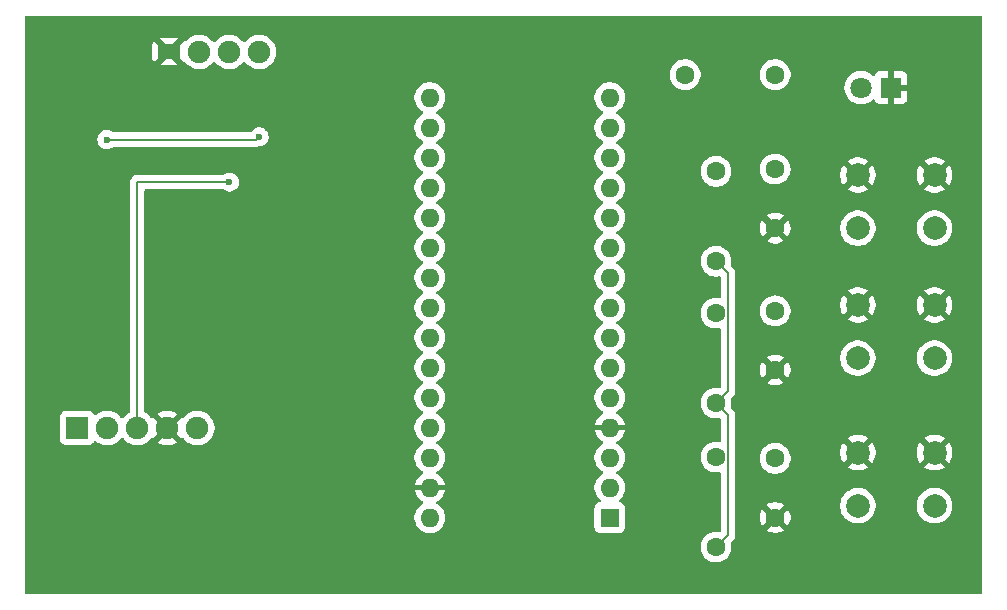
<source format=gbl>
G04 #@! TF.GenerationSoftware,KiCad,Pcbnew,9.0.2*
G04 #@! TF.CreationDate,2025-05-14T19:25:04+05:30*
G04 #@! TF.ProjectId,SpO2_project,53704f32-5f70-4726-9f6a-6563742e6b69,rev?*
G04 #@! TF.SameCoordinates,Original*
G04 #@! TF.FileFunction,Copper,L2,Bot*
G04 #@! TF.FilePolarity,Positive*
%FSLAX46Y46*%
G04 Gerber Fmt 4.6, Leading zero omitted, Abs format (unit mm)*
G04 Created by KiCad (PCBNEW 9.0.2) date 2025-05-14 19:25:04*
%MOMM*%
%LPD*%
G01*
G04 APERTURE LIST*
G04 Aperture macros list*
%AMRoundRect*
0 Rectangle with rounded corners*
0 $1 Rounding radius*
0 $2 $3 $4 $5 $6 $7 $8 $9 X,Y pos of 4 corners*
0 Add a 4 corners polygon primitive as box body*
4,1,4,$2,$3,$4,$5,$6,$7,$8,$9,$2,$3,0*
0 Add four circle primitives for the rounded corners*
1,1,$1+$1,$2,$3*
1,1,$1+$1,$4,$5*
1,1,$1+$1,$6,$7*
1,1,$1+$1,$8,$9*
0 Add four rect primitives between the rounded corners*
20,1,$1+$1,$2,$3,$4,$5,0*
20,1,$1+$1,$4,$5,$6,$7,0*
20,1,$1+$1,$6,$7,$8,$9,0*
20,1,$1+$1,$8,$9,$2,$3,0*%
G04 Aperture macros list end*
G04 #@! TA.AperFunction,ComponentPad*
%ADD10R,1.905000X1.905000*%
G04 #@! TD*
G04 #@! TA.AperFunction,ComponentPad*
%ADD11C,1.905000*%
G04 #@! TD*
G04 #@! TA.AperFunction,ComponentPad*
%ADD12RoundRect,0.190500X-0.762000X-0.444500X0.762000X-0.444500X0.762000X0.444500X-0.762000X0.444500X0*%
G04 #@! TD*
G04 #@! TA.AperFunction,ComponentPad*
%ADD13C,1.600000*%
G04 #@! TD*
G04 #@! TA.AperFunction,ComponentPad*
%ADD14C,2.000000*%
G04 #@! TD*
G04 #@! TA.AperFunction,ComponentPad*
%ADD15R,1.800000X1.800000*%
G04 #@! TD*
G04 #@! TA.AperFunction,ComponentPad*
%ADD16C,1.800000*%
G04 #@! TD*
G04 #@! TA.AperFunction,ComponentPad*
%ADD17R,1.600000X1.600000*%
G04 #@! TD*
G04 #@! TA.AperFunction,ComponentPad*
%ADD18O,1.600000X1.600000*%
G04 #@! TD*
G04 #@! TA.AperFunction,ViaPad*
%ADD19C,0.600000*%
G04 #@! TD*
G04 #@! TA.AperFunction,Conductor*
%ADD20C,0.200000*%
G04 #@! TD*
G04 APERTURE END LIST*
D10*
X93920000Y-95420000D03*
D11*
X96460000Y-95420000D03*
X99000000Y-95420000D03*
X101540000Y-95420000D03*
X104080000Y-95420000D03*
D12*
X101690000Y-63570000D03*
D11*
X104230000Y-63570000D03*
X106770000Y-63570000D03*
X109310000Y-63570000D03*
D13*
X153000000Y-78500000D03*
X153000000Y-73500000D03*
D14*
X160000000Y-74000000D03*
X166500000Y-74000000D03*
X160000000Y-78500000D03*
X166500000Y-78500000D03*
X160000000Y-85000000D03*
X166500000Y-85000000D03*
X160000000Y-89500000D03*
X166500000Y-89500000D03*
X160000000Y-97500000D03*
X166500000Y-97500000D03*
X160000000Y-102000000D03*
X166500000Y-102000000D03*
D13*
X145380000Y-65500000D03*
X153000000Y-65500000D03*
X148000000Y-81310000D03*
X148000000Y-73690000D03*
X148000000Y-93310000D03*
X148000000Y-85690000D03*
X148000000Y-105500000D03*
X148000000Y-97880000D03*
D15*
X162800000Y-66600000D03*
D16*
X160260000Y-66600000D03*
D13*
X153000000Y-85500000D03*
X153000000Y-90500000D03*
X153000000Y-98000000D03*
X153000000Y-103000000D03*
D17*
X139000000Y-103000000D03*
D18*
X139000000Y-100460000D03*
X139000000Y-97920000D03*
X139000000Y-95380000D03*
X139000000Y-92840000D03*
X139000000Y-90300000D03*
X139000000Y-87760000D03*
X139000000Y-85220000D03*
X139000000Y-82680000D03*
X139000000Y-80140000D03*
X139000000Y-77600000D03*
X139000000Y-75060000D03*
X139000000Y-72520000D03*
X139000000Y-69980000D03*
X139000000Y-67440000D03*
X123760000Y-67440000D03*
X123760000Y-69980000D03*
X123760000Y-72520000D03*
X123760000Y-75060000D03*
X123760000Y-77600000D03*
X123760000Y-80140000D03*
X123760000Y-82680000D03*
X123760000Y-85220000D03*
X123760000Y-87760000D03*
X123760000Y-90300000D03*
X123760000Y-92840000D03*
X123760000Y-95380000D03*
X123760000Y-97920000D03*
X123760000Y-100460000D03*
X123760000Y-103000000D03*
D19*
X106800000Y-74600000D03*
X109310000Y-70770000D03*
X96400000Y-71000000D03*
D20*
X99000000Y-74600000D02*
X106800000Y-74600000D01*
X99000000Y-95420000D02*
X99000000Y-74600000D01*
X109080000Y-71000000D02*
X109310000Y-70770000D01*
X96400000Y-71000000D02*
X109080000Y-71000000D01*
X149028000Y-94338000D02*
X149028000Y-104472000D01*
X149028000Y-104472000D02*
X148000000Y-105500000D01*
X148000000Y-93310000D02*
X149028000Y-94338000D01*
X149028000Y-82338000D02*
X149028000Y-92282000D01*
X148000000Y-81310000D02*
X149028000Y-82338000D01*
X149028000Y-92282000D02*
X148000000Y-93310000D01*
G04 #@! TA.AperFunction,Conductor*
G36*
X170442539Y-60520185D02*
G01*
X170488294Y-60572989D01*
X170499500Y-60624500D01*
X170499500Y-109375500D01*
X170479815Y-109442539D01*
X170427011Y-109488294D01*
X170375500Y-109499500D01*
X89624500Y-109499500D01*
X89557461Y-109479815D01*
X89511706Y-109427011D01*
X89500500Y-109375500D01*
X89500500Y-94419635D01*
X92467000Y-94419635D01*
X92467000Y-96420370D01*
X92467001Y-96420376D01*
X92473408Y-96479983D01*
X92523702Y-96614828D01*
X92523706Y-96614835D01*
X92609952Y-96730044D01*
X92609955Y-96730047D01*
X92725164Y-96816293D01*
X92725171Y-96816297D01*
X92860017Y-96866591D01*
X92860016Y-96866591D01*
X92866944Y-96867335D01*
X92919627Y-96873000D01*
X94920372Y-96872999D01*
X94979983Y-96866591D01*
X95114831Y-96816296D01*
X95230046Y-96730046D01*
X95316296Y-96614831D01*
X95326690Y-96586960D01*
X95368560Y-96531027D01*
X95434023Y-96506608D01*
X95502297Y-96521458D01*
X95515746Y-96529965D01*
X95698462Y-96662717D01*
X95830599Y-96730044D01*
X95902244Y-96766549D01*
X96119751Y-96837221D01*
X96119752Y-96837221D01*
X96119755Y-96837222D01*
X96345646Y-96873000D01*
X96345647Y-96873000D01*
X96574353Y-96873000D01*
X96574354Y-96873000D01*
X96800245Y-96837222D01*
X96800248Y-96837221D01*
X96800249Y-96837221D01*
X97017755Y-96766549D01*
X97017755Y-96766548D01*
X97017758Y-96766548D01*
X97221538Y-96662717D01*
X97406566Y-96528286D01*
X97568286Y-96366566D01*
X97629683Y-96282059D01*
X97685012Y-96239396D01*
X97754625Y-96233417D01*
X97816420Y-96266023D01*
X97830314Y-96282056D01*
X97891714Y-96366566D01*
X98053434Y-96528286D01*
X98238462Y-96662717D01*
X98370599Y-96730044D01*
X98442244Y-96766549D01*
X98659751Y-96837221D01*
X98659752Y-96837221D01*
X98659755Y-96837222D01*
X98885646Y-96873000D01*
X98885647Y-96873000D01*
X99114353Y-96873000D01*
X99114354Y-96873000D01*
X99340245Y-96837222D01*
X99340248Y-96837221D01*
X99340249Y-96837221D01*
X99557755Y-96766549D01*
X99557755Y-96766548D01*
X99557758Y-96766548D01*
X99761538Y-96662717D01*
X99946566Y-96528286D01*
X100108286Y-96366566D01*
X100169991Y-96281635D01*
X100225321Y-96238970D01*
X100294934Y-96232991D01*
X100334290Y-96253756D01*
X100351347Y-96255099D01*
X101140000Y-95466446D01*
X101140000Y-95472661D01*
X101167259Y-95574394D01*
X101219920Y-95665606D01*
X101294394Y-95740080D01*
X101385606Y-95792741D01*
X101487339Y-95820000D01*
X101493553Y-95820000D01*
X100704899Y-96608651D01*
X100778725Y-96662288D01*
X100778731Y-96662292D01*
X100982431Y-96766082D01*
X101199875Y-96836734D01*
X101425687Y-96872500D01*
X101654313Y-96872500D01*
X101880124Y-96836734D01*
X101880125Y-96836734D01*
X102097568Y-96766082D01*
X102301276Y-96662288D01*
X102375098Y-96608651D01*
X101586447Y-95820000D01*
X101592661Y-95820000D01*
X101694394Y-95792741D01*
X101785606Y-95740080D01*
X101860080Y-95665606D01*
X101912741Y-95574394D01*
X101940000Y-95472661D01*
X101940000Y-95466448D01*
X102728651Y-96255099D01*
X102745503Y-96253772D01*
X102764699Y-96238970D01*
X102834312Y-96232989D01*
X102896107Y-96265594D01*
X102910007Y-96281634D01*
X102910317Y-96282061D01*
X102971714Y-96366566D01*
X103133434Y-96528286D01*
X103318462Y-96662717D01*
X103450599Y-96730044D01*
X103522244Y-96766549D01*
X103739751Y-96837221D01*
X103739752Y-96837221D01*
X103739755Y-96837222D01*
X103965646Y-96873000D01*
X103965647Y-96873000D01*
X104194353Y-96873000D01*
X104194354Y-96873000D01*
X104420245Y-96837222D01*
X104420248Y-96837221D01*
X104420249Y-96837221D01*
X104637755Y-96766549D01*
X104637755Y-96766548D01*
X104637758Y-96766548D01*
X104841538Y-96662717D01*
X105026566Y-96528286D01*
X105188286Y-96366566D01*
X105322717Y-96181538D01*
X105426548Y-95977758D01*
X105426549Y-95977755D01*
X105497221Y-95760249D01*
X105497221Y-95760248D01*
X105497222Y-95760245D01*
X105533000Y-95534354D01*
X105533000Y-95305646D01*
X105497222Y-95079755D01*
X105497221Y-95079751D01*
X105497221Y-95079750D01*
X105426549Y-94862244D01*
X105426548Y-94862242D01*
X105322717Y-94658462D01*
X105188286Y-94473434D01*
X105026566Y-94311714D01*
X104841538Y-94177283D01*
X104802160Y-94157219D01*
X104637755Y-94073450D01*
X104420248Y-94002778D01*
X104208774Y-93969284D01*
X104194354Y-93967000D01*
X103965646Y-93967000D01*
X103951226Y-93969284D01*
X103739753Y-94002778D01*
X103739750Y-94002778D01*
X103522244Y-94073450D01*
X103318461Y-94177283D01*
X103252550Y-94225171D01*
X103133434Y-94311714D01*
X103133432Y-94311716D01*
X103133431Y-94311716D01*
X102971716Y-94473431D01*
X102971709Y-94473440D01*
X102910007Y-94558364D01*
X102854677Y-94601030D01*
X102785063Y-94607008D01*
X102745710Y-94586242D01*
X102728651Y-94584899D01*
X101940000Y-95373551D01*
X101940000Y-95367339D01*
X101912741Y-95265606D01*
X101860080Y-95174394D01*
X101785606Y-95099920D01*
X101694394Y-95047259D01*
X101592661Y-95020000D01*
X101586445Y-95020000D01*
X102375099Y-94231347D01*
X102301276Y-94177711D01*
X102097568Y-94073917D01*
X101880124Y-94003265D01*
X101654313Y-93967500D01*
X101425687Y-93967500D01*
X101199875Y-94003265D01*
X101199874Y-94003265D01*
X100982431Y-94073917D01*
X100778719Y-94177713D01*
X100704900Y-94231346D01*
X100704899Y-94231347D01*
X101493553Y-95020000D01*
X101487339Y-95020000D01*
X101385606Y-95047259D01*
X101294394Y-95099920D01*
X101219920Y-95174394D01*
X101167259Y-95265606D01*
X101140000Y-95367339D01*
X101140000Y-95373552D01*
X100351347Y-94584899D01*
X100334490Y-94586226D01*
X100315293Y-94601029D01*
X100245679Y-94607007D01*
X100183885Y-94574399D01*
X100169990Y-94558362D01*
X100108288Y-94473437D01*
X100108283Y-94473431D01*
X99946568Y-94311716D01*
X99946566Y-94311714D01*
X99761538Y-94177283D01*
X99752720Y-94172790D01*
X99668205Y-94129727D01*
X99617409Y-94081752D01*
X99600500Y-94019242D01*
X99600500Y-75324500D01*
X99620185Y-75257461D01*
X99672989Y-75211706D01*
X99724500Y-75200500D01*
X106220234Y-75200500D01*
X106287273Y-75220185D01*
X106289125Y-75221398D01*
X106420814Y-75309390D01*
X106420827Y-75309397D01*
X106566498Y-75369735D01*
X106566503Y-75369737D01*
X106721153Y-75400499D01*
X106721156Y-75400500D01*
X106721158Y-75400500D01*
X106878844Y-75400500D01*
X106878845Y-75400499D01*
X107033497Y-75369737D01*
X107179179Y-75309394D01*
X107310289Y-75221789D01*
X107421789Y-75110289D01*
X107509394Y-74979179D01*
X107569737Y-74833497D01*
X107600500Y-74678842D01*
X107600500Y-74521158D01*
X107600500Y-74521155D01*
X107600499Y-74521153D01*
X107572101Y-74378390D01*
X107569737Y-74366503D01*
X107557810Y-74337708D01*
X107509397Y-74220827D01*
X107509390Y-74220814D01*
X107421789Y-74089711D01*
X107421786Y-74089707D01*
X107310292Y-73978213D01*
X107310288Y-73978210D01*
X107179185Y-73890609D01*
X107179172Y-73890602D01*
X107033501Y-73830264D01*
X107033489Y-73830261D01*
X106878845Y-73799500D01*
X106878842Y-73799500D01*
X106721158Y-73799500D01*
X106721155Y-73799500D01*
X106566510Y-73830261D01*
X106566498Y-73830264D01*
X106420827Y-73890602D01*
X106420814Y-73890609D01*
X106289125Y-73978602D01*
X106222447Y-73999480D01*
X106220234Y-73999500D01*
X98920943Y-73999500D01*
X98768216Y-74040423D01*
X98768209Y-74040426D01*
X98631290Y-74119475D01*
X98631282Y-74119481D01*
X98519481Y-74231282D01*
X98519475Y-74231290D01*
X98440426Y-74368209D01*
X98440423Y-74368216D01*
X98399500Y-74520943D01*
X98399500Y-94019242D01*
X98379815Y-94086281D01*
X98331795Y-94129727D01*
X98238461Y-94177283D01*
X98172550Y-94225171D01*
X98053434Y-94311714D01*
X98053432Y-94311716D01*
X98053431Y-94311716D01*
X97891715Y-94473432D01*
X97830318Y-94557938D01*
X97774987Y-94600603D01*
X97705374Y-94606582D01*
X97643579Y-94573976D01*
X97629682Y-94557938D01*
X97568288Y-94473437D01*
X97568286Y-94473434D01*
X97406566Y-94311714D01*
X97221538Y-94177283D01*
X97182160Y-94157219D01*
X97017755Y-94073450D01*
X96800248Y-94002778D01*
X96588774Y-93969284D01*
X96574354Y-93967000D01*
X96345646Y-93967000D01*
X96331226Y-93969284D01*
X96119753Y-94002778D01*
X96119750Y-94002778D01*
X95902244Y-94073450D01*
X95698461Y-94177283D01*
X95515759Y-94310025D01*
X95449952Y-94333505D01*
X95381898Y-94317680D01*
X95333203Y-94267574D01*
X95326690Y-94253038D01*
X95316296Y-94225169D01*
X95316293Y-94225164D01*
X95230047Y-94109955D01*
X95230044Y-94109952D01*
X95114835Y-94023706D01*
X95114828Y-94023702D01*
X94979982Y-93973408D01*
X94979983Y-93973408D01*
X94920383Y-93967001D01*
X94920381Y-93967000D01*
X94920373Y-93967000D01*
X94920364Y-93967000D01*
X92919629Y-93967000D01*
X92919623Y-93967001D01*
X92860016Y-93973408D01*
X92725171Y-94023702D01*
X92725164Y-94023706D01*
X92609955Y-94109952D01*
X92609952Y-94109955D01*
X92523706Y-94225164D01*
X92523702Y-94225171D01*
X92473408Y-94360017D01*
X92467001Y-94419616D01*
X92467000Y-94419635D01*
X89500500Y-94419635D01*
X89500500Y-70921153D01*
X95599500Y-70921153D01*
X95599500Y-71078846D01*
X95630261Y-71233489D01*
X95630264Y-71233501D01*
X95690602Y-71379172D01*
X95690609Y-71379185D01*
X95778210Y-71510288D01*
X95778213Y-71510292D01*
X95889707Y-71621786D01*
X95889711Y-71621789D01*
X96020814Y-71709390D01*
X96020827Y-71709397D01*
X96166498Y-71769735D01*
X96166503Y-71769737D01*
X96321153Y-71800499D01*
X96321156Y-71800500D01*
X96321158Y-71800500D01*
X96478844Y-71800500D01*
X96478845Y-71800499D01*
X96633497Y-71769737D01*
X96779179Y-71709394D01*
X96833967Y-71672786D01*
X96910875Y-71621398D01*
X96977553Y-71600520D01*
X96979766Y-71600500D01*
X108993331Y-71600500D01*
X108993347Y-71600501D01*
X109000943Y-71600501D01*
X109159055Y-71600501D01*
X109159057Y-71600501D01*
X109255252Y-71574724D01*
X109287346Y-71570500D01*
X109388844Y-71570500D01*
X109388845Y-71570499D01*
X109543497Y-71539737D01*
X109689179Y-71479394D01*
X109820289Y-71391789D01*
X109931789Y-71280289D01*
X110019394Y-71149179D01*
X110079737Y-71003497D01*
X110110500Y-70848842D01*
X110110500Y-70691158D01*
X110110500Y-70691155D01*
X110110499Y-70691153D01*
X110096509Y-70620821D01*
X110079737Y-70536503D01*
X110056011Y-70479223D01*
X110019397Y-70390827D01*
X110019390Y-70390814D01*
X109931789Y-70259711D01*
X109931786Y-70259707D01*
X109820292Y-70148213D01*
X109820288Y-70148210D01*
X109689185Y-70060609D01*
X109689172Y-70060602D01*
X109543501Y-70000264D01*
X109543489Y-70000261D01*
X109388845Y-69969500D01*
X109388842Y-69969500D01*
X109231158Y-69969500D01*
X109231155Y-69969500D01*
X109076510Y-70000261D01*
X109076498Y-70000264D01*
X108930827Y-70060602D01*
X108930814Y-70060609D01*
X108799711Y-70148210D01*
X108799707Y-70148213D01*
X108688213Y-70259707D01*
X108688210Y-70259711D01*
X108631629Y-70344391D01*
X108578017Y-70389196D01*
X108528527Y-70399500D01*
X96979766Y-70399500D01*
X96912727Y-70379815D01*
X96910875Y-70378602D01*
X96779185Y-70290609D01*
X96779172Y-70290602D01*
X96633501Y-70230264D01*
X96633489Y-70230261D01*
X96478845Y-70199500D01*
X96478842Y-70199500D01*
X96321158Y-70199500D01*
X96321155Y-70199500D01*
X96166510Y-70230261D01*
X96166498Y-70230264D01*
X96020827Y-70290602D01*
X96020814Y-70290609D01*
X95889711Y-70378210D01*
X95889707Y-70378213D01*
X95778213Y-70489707D01*
X95778210Y-70489711D01*
X95690609Y-70620814D01*
X95690602Y-70620827D01*
X95630264Y-70766498D01*
X95630261Y-70766510D01*
X95599500Y-70921153D01*
X89500500Y-70921153D01*
X89500500Y-67337648D01*
X122459500Y-67337648D01*
X122459500Y-67542351D01*
X122491522Y-67744534D01*
X122554781Y-67939223D01*
X122647715Y-68121613D01*
X122768028Y-68287213D01*
X122912786Y-68431971D01*
X123067749Y-68544556D01*
X123078390Y-68552287D01*
X123169840Y-68598883D01*
X123171080Y-68599515D01*
X123221876Y-68647490D01*
X123238671Y-68715311D01*
X123216134Y-68781446D01*
X123171080Y-68820485D01*
X123078386Y-68867715D01*
X122912786Y-68988028D01*
X122768028Y-69132786D01*
X122647715Y-69298386D01*
X122554781Y-69480776D01*
X122491522Y-69675465D01*
X122459500Y-69877648D01*
X122459500Y-70082351D01*
X122491522Y-70284534D01*
X122554781Y-70479223D01*
X122583971Y-70536510D01*
X122626926Y-70620814D01*
X122647715Y-70661613D01*
X122768028Y-70827213D01*
X122912786Y-70971971D01*
X123059884Y-71078842D01*
X123078390Y-71092287D01*
X123169840Y-71138883D01*
X123171080Y-71139515D01*
X123221876Y-71187490D01*
X123238671Y-71255311D01*
X123216134Y-71321446D01*
X123171080Y-71360485D01*
X123078386Y-71407715D01*
X122912786Y-71528028D01*
X122768028Y-71672786D01*
X122647715Y-71838386D01*
X122554781Y-72020776D01*
X122491522Y-72215465D01*
X122459500Y-72417648D01*
X122459500Y-72622351D01*
X122491522Y-72824534D01*
X122554781Y-73019223D01*
X122611681Y-73130893D01*
X122644582Y-73195466D01*
X122647715Y-73201613D01*
X122768028Y-73367213D01*
X122912786Y-73511971D01*
X123067749Y-73624556D01*
X123078390Y-73632287D01*
X123169840Y-73678883D01*
X123171080Y-73679515D01*
X123221876Y-73727490D01*
X123238671Y-73795311D01*
X123216134Y-73861446D01*
X123171080Y-73900485D01*
X123078386Y-73947715D01*
X122912786Y-74068028D01*
X122768028Y-74212786D01*
X122647715Y-74378386D01*
X122554781Y-74560776D01*
X122491522Y-74755465D01*
X122459500Y-74957648D01*
X122459500Y-75162351D01*
X122491522Y-75364534D01*
X122554781Y-75559223D01*
X122647715Y-75741613D01*
X122768028Y-75907213D01*
X122912786Y-76051971D01*
X123067749Y-76164556D01*
X123078390Y-76172287D01*
X123169840Y-76218883D01*
X123171080Y-76219515D01*
X123221876Y-76267490D01*
X123238671Y-76335311D01*
X123216134Y-76401446D01*
X123171080Y-76440485D01*
X123078386Y-76487715D01*
X122912786Y-76608028D01*
X122768028Y-76752786D01*
X122647715Y-76918386D01*
X122554781Y-77100776D01*
X122491522Y-77295465D01*
X122459500Y-77497648D01*
X122459500Y-77702351D01*
X122491522Y-77904534D01*
X122554781Y-78099223D01*
X122647715Y-78281613D01*
X122768028Y-78447213D01*
X122912786Y-78591971D01*
X122998706Y-78654394D01*
X123078390Y-78712287D01*
X123169840Y-78758883D01*
X123171080Y-78759515D01*
X123221876Y-78807490D01*
X123238671Y-78875311D01*
X123216134Y-78941446D01*
X123171080Y-78980485D01*
X123078386Y-79027715D01*
X122912786Y-79148028D01*
X122768028Y-79292786D01*
X122647715Y-79458386D01*
X122554781Y-79640776D01*
X122491522Y-79835465D01*
X122459500Y-80037648D01*
X122459500Y-80242351D01*
X122491522Y-80444534D01*
X122554781Y-80639223D01*
X122618691Y-80764653D01*
X122642195Y-80810781D01*
X122647715Y-80821613D01*
X122768028Y-80987213D01*
X122912786Y-81131971D01*
X123016949Y-81207648D01*
X123078390Y-81252287D01*
X123169840Y-81298883D01*
X123171080Y-81299515D01*
X123221876Y-81347490D01*
X123238671Y-81415311D01*
X123216134Y-81481446D01*
X123171080Y-81520485D01*
X123078386Y-81567715D01*
X122912786Y-81688028D01*
X122768028Y-81832786D01*
X122647715Y-81998386D01*
X122554781Y-82180776D01*
X122491522Y-82375465D01*
X122459500Y-82577648D01*
X122459500Y-82782351D01*
X122491522Y-82984534D01*
X122554781Y-83179223D01*
X122647715Y-83361613D01*
X122768028Y-83527213D01*
X122912786Y-83671971D01*
X123057814Y-83777338D01*
X123078390Y-83792287D01*
X123169840Y-83838883D01*
X123171080Y-83839515D01*
X123221876Y-83887490D01*
X123238671Y-83955311D01*
X123216134Y-84021446D01*
X123171080Y-84060485D01*
X123078386Y-84107715D01*
X122912786Y-84228028D01*
X122768028Y-84372786D01*
X122647715Y-84538386D01*
X122554781Y-84720776D01*
X122491522Y-84915465D01*
X122459500Y-85117648D01*
X122459500Y-85322351D01*
X122491522Y-85524534D01*
X122554781Y-85719223D01*
X122592043Y-85792352D01*
X122631150Y-85869104D01*
X122647715Y-85901613D01*
X122768028Y-86067213D01*
X122912786Y-86211971D01*
X123067749Y-86324556D01*
X123078390Y-86332287D01*
X123155566Y-86371610D01*
X123171080Y-86379515D01*
X123221876Y-86427490D01*
X123238671Y-86495311D01*
X123216134Y-86561446D01*
X123171080Y-86600485D01*
X123078386Y-86647715D01*
X122912786Y-86768028D01*
X122768028Y-86912786D01*
X122647715Y-87078386D01*
X122554781Y-87260776D01*
X122491522Y-87455465D01*
X122459500Y-87657648D01*
X122459500Y-87862351D01*
X122491522Y-88064534D01*
X122554781Y-88259223D01*
X122647715Y-88441613D01*
X122768028Y-88607213D01*
X122912786Y-88751971D01*
X123067749Y-88864556D01*
X123078390Y-88872287D01*
X123169840Y-88918883D01*
X123171080Y-88919515D01*
X123221876Y-88967490D01*
X123238671Y-89035311D01*
X123216134Y-89101446D01*
X123171080Y-89140485D01*
X123078386Y-89187715D01*
X122912786Y-89308028D01*
X122768028Y-89452786D01*
X122647715Y-89618386D01*
X122554781Y-89800776D01*
X122491522Y-89995465D01*
X122459500Y-90197648D01*
X122459500Y-90402351D01*
X122491522Y-90604534D01*
X122554781Y-90799223D01*
X122618691Y-90924653D01*
X122638512Y-90963553D01*
X122647715Y-90981613D01*
X122768028Y-91147213D01*
X122912786Y-91291971D01*
X123067749Y-91404556D01*
X123078390Y-91412287D01*
X123169840Y-91458883D01*
X123171080Y-91459515D01*
X123221876Y-91507490D01*
X123238671Y-91575311D01*
X123216134Y-91641446D01*
X123171080Y-91680485D01*
X123078386Y-91727715D01*
X122912786Y-91848028D01*
X122768028Y-91992786D01*
X122647715Y-92158386D01*
X122554781Y-92340776D01*
X122491522Y-92535465D01*
X122459500Y-92737648D01*
X122459500Y-92942351D01*
X122491522Y-93144534D01*
X122554781Y-93339223D01*
X122647715Y-93521613D01*
X122768028Y-93687213D01*
X122912786Y-93831971D01*
X123067749Y-93944556D01*
X123078390Y-93952287D01*
X123155566Y-93991610D01*
X123171080Y-93999515D01*
X123221876Y-94047490D01*
X123238671Y-94115311D01*
X123216134Y-94181446D01*
X123171080Y-94220485D01*
X123078386Y-94267715D01*
X122912786Y-94388028D01*
X122768028Y-94532786D01*
X122647715Y-94698386D01*
X122554781Y-94880776D01*
X122491522Y-95075465D01*
X122459500Y-95277648D01*
X122459500Y-95482351D01*
X122491522Y-95684534D01*
X122554781Y-95879223D01*
X122647715Y-96061613D01*
X122768028Y-96227213D01*
X122912786Y-96371971D01*
X123052822Y-96473711D01*
X123078390Y-96492287D01*
X123169840Y-96538883D01*
X123171080Y-96539515D01*
X123221876Y-96587490D01*
X123238671Y-96655311D01*
X123216134Y-96721446D01*
X123171080Y-96760485D01*
X123078386Y-96807715D01*
X122912786Y-96928028D01*
X122768028Y-97072786D01*
X122647715Y-97238386D01*
X122554781Y-97420776D01*
X122491522Y-97615465D01*
X122459500Y-97817648D01*
X122459500Y-98022351D01*
X122491522Y-98224534D01*
X122554781Y-98419223D01*
X122595542Y-98499219D01*
X122627333Y-98561613D01*
X122647715Y-98601613D01*
X122768028Y-98767213D01*
X122912786Y-98911971D01*
X123022892Y-98991966D01*
X123078390Y-99032287D01*
X123150424Y-99068990D01*
X123171629Y-99079795D01*
X123222425Y-99127770D01*
X123239220Y-99195591D01*
X123216682Y-99261726D01*
X123171629Y-99300765D01*
X123078650Y-99348140D01*
X122913105Y-99468417D01*
X122913104Y-99468417D01*
X122768417Y-99613104D01*
X122768417Y-99613105D01*
X122648140Y-99778650D01*
X122555244Y-99960970D01*
X122492009Y-100155586D01*
X122483391Y-100210000D01*
X123326988Y-100210000D01*
X123294075Y-100267007D01*
X123260000Y-100394174D01*
X123260000Y-100525826D01*
X123294075Y-100652993D01*
X123326988Y-100710000D01*
X122483391Y-100710000D01*
X122492009Y-100764413D01*
X122555244Y-100959029D01*
X122648140Y-101141349D01*
X122768417Y-101306894D01*
X122768417Y-101306895D01*
X122913104Y-101451582D01*
X123078652Y-101571861D01*
X123171628Y-101619234D01*
X123222425Y-101667208D01*
X123239220Y-101735029D01*
X123216683Y-101801164D01*
X123171630Y-101840203D01*
X123078388Y-101887713D01*
X122912786Y-102008028D01*
X122768028Y-102152786D01*
X122647715Y-102318386D01*
X122554781Y-102500776D01*
X122491522Y-102695465D01*
X122459500Y-102897648D01*
X122459500Y-103102351D01*
X122491522Y-103304534D01*
X122554781Y-103499223D01*
X122618691Y-103624653D01*
X122647585Y-103681359D01*
X122647715Y-103681613D01*
X122768028Y-103847213D01*
X122912786Y-103991971D01*
X123033226Y-104079474D01*
X123078390Y-104112287D01*
X123167212Y-104157544D01*
X123260776Y-104205218D01*
X123260778Y-104205218D01*
X123260781Y-104205220D01*
X123365137Y-104239127D01*
X123455465Y-104268477D01*
X123556557Y-104284488D01*
X123657648Y-104300500D01*
X123657649Y-104300500D01*
X123862351Y-104300500D01*
X123862352Y-104300500D01*
X124064534Y-104268477D01*
X124259219Y-104205220D01*
X124441610Y-104112287D01*
X124537901Y-104042328D01*
X124607213Y-103991971D01*
X124607215Y-103991968D01*
X124607219Y-103991966D01*
X124751966Y-103847219D01*
X124751968Y-103847215D01*
X124751971Y-103847213D01*
X124804732Y-103774590D01*
X124872287Y-103681610D01*
X124965220Y-103499219D01*
X125028477Y-103304534D01*
X125060500Y-103102352D01*
X125060500Y-102897648D01*
X125042885Y-102786433D01*
X125028477Y-102695465D01*
X124989659Y-102575996D01*
X124965220Y-102500781D01*
X124965218Y-102500778D01*
X124965218Y-102500776D01*
X124931503Y-102434607D01*
X124872287Y-102318390D01*
X124840092Y-102274077D01*
X124751971Y-102152786D01*
X124607213Y-102008028D01*
X124441611Y-101887713D01*
X124348369Y-101840203D01*
X124297574Y-101792229D01*
X124280779Y-101724407D01*
X124303317Y-101658273D01*
X124348371Y-101619234D01*
X124441347Y-101571861D01*
X124606894Y-101451582D01*
X124606895Y-101451582D01*
X124751582Y-101306895D01*
X124751582Y-101306894D01*
X124871859Y-101141349D01*
X124964755Y-100959029D01*
X125027990Y-100764413D01*
X125036609Y-100710000D01*
X124193012Y-100710000D01*
X124225925Y-100652993D01*
X124260000Y-100525826D01*
X124260000Y-100394174D01*
X124225925Y-100267007D01*
X124193012Y-100210000D01*
X125036609Y-100210000D01*
X125027990Y-100155586D01*
X124964755Y-99960970D01*
X124871859Y-99778650D01*
X124751582Y-99613105D01*
X124751582Y-99613104D01*
X124606895Y-99468417D01*
X124441349Y-99348140D01*
X124348370Y-99300765D01*
X124297574Y-99252790D01*
X124280779Y-99184969D01*
X124303316Y-99118835D01*
X124348370Y-99079795D01*
X124348920Y-99079515D01*
X124441610Y-99032287D01*
X124536887Y-98963065D01*
X124607213Y-98911971D01*
X124607215Y-98911968D01*
X124607219Y-98911966D01*
X124751966Y-98767219D01*
X124751968Y-98767215D01*
X124751971Y-98767213D01*
X124859576Y-98619105D01*
X124872287Y-98601610D01*
X124965220Y-98419219D01*
X125028477Y-98224534D01*
X125060500Y-98022352D01*
X125060500Y-97817648D01*
X125028477Y-97615466D01*
X124965220Y-97420781D01*
X124965218Y-97420778D01*
X124965218Y-97420776D01*
X124913047Y-97318386D01*
X124872287Y-97238390D01*
X124843223Y-97198386D01*
X124751971Y-97072786D01*
X124607213Y-96928028D01*
X124441614Y-96807715D01*
X124435006Y-96804348D01*
X124348917Y-96760483D01*
X124298123Y-96712511D01*
X124281328Y-96644690D01*
X124303865Y-96578555D01*
X124348917Y-96539516D01*
X124441610Y-96492287D01*
X124540592Y-96420373D01*
X124607213Y-96371971D01*
X124607215Y-96371968D01*
X124607219Y-96371966D01*
X124751966Y-96227219D01*
X124751968Y-96227215D01*
X124751971Y-96227213D01*
X124824058Y-96127992D01*
X124872287Y-96061610D01*
X124965220Y-95879219D01*
X125028477Y-95684534D01*
X125060500Y-95482352D01*
X125060500Y-95277648D01*
X125044146Y-95174394D01*
X125028477Y-95075465D01*
X124965218Y-94880776D01*
X124931503Y-94814607D01*
X124872287Y-94698390D01*
X124843277Y-94658461D01*
X124751971Y-94532786D01*
X124607213Y-94388028D01*
X124441614Y-94267715D01*
X124424398Y-94258943D01*
X124348917Y-94220483D01*
X124298123Y-94172511D01*
X124281328Y-94104690D01*
X124303865Y-94038555D01*
X124348917Y-93999516D01*
X124441610Y-93952287D01*
X124462770Y-93936913D01*
X124607213Y-93831971D01*
X124607215Y-93831968D01*
X124607219Y-93831966D01*
X124751966Y-93687219D01*
X124751968Y-93687215D01*
X124751971Y-93687213D01*
X124804779Y-93614528D01*
X124872287Y-93521610D01*
X124965220Y-93339219D01*
X125028477Y-93144534D01*
X125060500Y-92942352D01*
X125060500Y-92737648D01*
X125046731Y-92650716D01*
X125028477Y-92535465D01*
X124965218Y-92340776D01*
X124894985Y-92202938D01*
X124872287Y-92158390D01*
X124833338Y-92104781D01*
X124751971Y-91992786D01*
X124607213Y-91848028D01*
X124441614Y-91727715D01*
X124396552Y-91704755D01*
X124348917Y-91680483D01*
X124298123Y-91632511D01*
X124281328Y-91564690D01*
X124303865Y-91498555D01*
X124348917Y-91459516D01*
X124441610Y-91412287D01*
X124462770Y-91396913D01*
X124607213Y-91291971D01*
X124607215Y-91291968D01*
X124607219Y-91291966D01*
X124751966Y-91147219D01*
X124751968Y-91147215D01*
X124751971Y-91147213D01*
X124804732Y-91074590D01*
X124872287Y-90981610D01*
X124965220Y-90799219D01*
X125028477Y-90604534D01*
X125060500Y-90402352D01*
X125060500Y-90197648D01*
X125041231Y-90075992D01*
X125028477Y-89995465D01*
X124965218Y-89800776D01*
X124931503Y-89734607D01*
X124872287Y-89618390D01*
X124864556Y-89607749D01*
X124751971Y-89452786D01*
X124607213Y-89308028D01*
X124441614Y-89187715D01*
X124364907Y-89148631D01*
X124348917Y-89140483D01*
X124298123Y-89092511D01*
X124281328Y-89024690D01*
X124303865Y-88958555D01*
X124348917Y-88919516D01*
X124441610Y-88872287D01*
X124462770Y-88856913D01*
X124607213Y-88751971D01*
X124607215Y-88751968D01*
X124607219Y-88751966D01*
X124751966Y-88607219D01*
X124751968Y-88607215D01*
X124751971Y-88607213D01*
X124813527Y-88522487D01*
X124872287Y-88441610D01*
X124965220Y-88259219D01*
X125028477Y-88064534D01*
X125060500Y-87862352D01*
X125060500Y-87657648D01*
X125028477Y-87455466D01*
X124965220Y-87260781D01*
X124965218Y-87260778D01*
X124965218Y-87260776D01*
X124931503Y-87194607D01*
X124872287Y-87078390D01*
X124864556Y-87067749D01*
X124751971Y-86912786D01*
X124607213Y-86768028D01*
X124441614Y-86647715D01*
X124435006Y-86644348D01*
X124348917Y-86600483D01*
X124298123Y-86552511D01*
X124281328Y-86484690D01*
X124303865Y-86418555D01*
X124348917Y-86379516D01*
X124441610Y-86332287D01*
X124592503Y-86222658D01*
X124607213Y-86211971D01*
X124607215Y-86211968D01*
X124607219Y-86211966D01*
X124751966Y-86067219D01*
X124751968Y-86067215D01*
X124751971Y-86067213D01*
X124804774Y-85994534D01*
X124872287Y-85901610D01*
X124965220Y-85719219D01*
X125028477Y-85524534D01*
X125060500Y-85322352D01*
X125060500Y-85117648D01*
X125031313Y-84933370D01*
X125028477Y-84915465D01*
X124965218Y-84720776D01*
X124927344Y-84646446D01*
X124872287Y-84538390D01*
X124850228Y-84508028D01*
X124751971Y-84372786D01*
X124607213Y-84228028D01*
X124441614Y-84107715D01*
X124435006Y-84104348D01*
X124348917Y-84060483D01*
X124298123Y-84012511D01*
X124281328Y-83944690D01*
X124303865Y-83878555D01*
X124348917Y-83839516D01*
X124441610Y-83792287D01*
X124545119Y-83717084D01*
X124607213Y-83671971D01*
X124607215Y-83671968D01*
X124607219Y-83671966D01*
X124751966Y-83527219D01*
X124751968Y-83527215D01*
X124751971Y-83527213D01*
X124804732Y-83454590D01*
X124872287Y-83361610D01*
X124965220Y-83179219D01*
X125028477Y-82984534D01*
X125060500Y-82782352D01*
X125060500Y-82577648D01*
X125028477Y-82375466D01*
X124965220Y-82180781D01*
X124965218Y-82180778D01*
X124965218Y-82180776D01*
X124927224Y-82106209D01*
X124872287Y-81998390D01*
X124851145Y-81969290D01*
X124751971Y-81832786D01*
X124607213Y-81688028D01*
X124441614Y-81567715D01*
X124435006Y-81564348D01*
X124348917Y-81520483D01*
X124298123Y-81472511D01*
X124281328Y-81404690D01*
X124303865Y-81338555D01*
X124348917Y-81299516D01*
X124441610Y-81252287D01*
X124503051Y-81207648D01*
X124607213Y-81131971D01*
X124607215Y-81131968D01*
X124607219Y-81131966D01*
X124751966Y-80987219D01*
X124751968Y-80987215D01*
X124751971Y-80987213D01*
X124804732Y-80914590D01*
X124872287Y-80821610D01*
X124965220Y-80639219D01*
X125028477Y-80444534D01*
X125060500Y-80242352D01*
X125060500Y-80037648D01*
X125048764Y-79963553D01*
X125028477Y-79835465D01*
X124965218Y-79640776D01*
X124931503Y-79574607D01*
X124872287Y-79458390D01*
X124864556Y-79447749D01*
X124751971Y-79292786D01*
X124607213Y-79148028D01*
X124441614Y-79027715D01*
X124385318Y-78999031D01*
X124348917Y-78980483D01*
X124298123Y-78932511D01*
X124281328Y-78864690D01*
X124303865Y-78798555D01*
X124348917Y-78759516D01*
X124441610Y-78712287D01*
X124521294Y-78654394D01*
X124607213Y-78591971D01*
X124607215Y-78591968D01*
X124607219Y-78591966D01*
X124751966Y-78447219D01*
X124751968Y-78447215D01*
X124751971Y-78447213D01*
X124804732Y-78374590D01*
X124872287Y-78281610D01*
X124965220Y-78099219D01*
X125028477Y-77904534D01*
X125060500Y-77702352D01*
X125060500Y-77497648D01*
X125048284Y-77420523D01*
X125028477Y-77295465D01*
X124965218Y-77100776D01*
X124931503Y-77034607D01*
X124872287Y-76918390D01*
X124864556Y-76907749D01*
X124751971Y-76752786D01*
X124607213Y-76608028D01*
X124441614Y-76487715D01*
X124435006Y-76484348D01*
X124348917Y-76440483D01*
X124298123Y-76392511D01*
X124281328Y-76324690D01*
X124303865Y-76258555D01*
X124348917Y-76219516D01*
X124441610Y-76172287D01*
X124462770Y-76156913D01*
X124607213Y-76051971D01*
X124607215Y-76051968D01*
X124607219Y-76051966D01*
X124751966Y-75907219D01*
X124751968Y-75907215D01*
X124751971Y-75907213D01*
X124804732Y-75834590D01*
X124872287Y-75741610D01*
X124965220Y-75559219D01*
X125028477Y-75364534D01*
X125060500Y-75162352D01*
X125060500Y-74957648D01*
X125028477Y-74755466D01*
X125012150Y-74705218D01*
X124981954Y-74612284D01*
X124965220Y-74560781D01*
X124965218Y-74560778D01*
X124965218Y-74560776D01*
X124903735Y-74440110D01*
X124872287Y-74378390D01*
X124842730Y-74337708D01*
X124751971Y-74212786D01*
X124607213Y-74068028D01*
X124441614Y-73947715D01*
X124402118Y-73927591D01*
X124348917Y-73900483D01*
X124298123Y-73852511D01*
X124281328Y-73784690D01*
X124303865Y-73718555D01*
X124348917Y-73679516D01*
X124441610Y-73632287D01*
X124482814Y-73602351D01*
X124607213Y-73511971D01*
X124607215Y-73511968D01*
X124607219Y-73511966D01*
X124751966Y-73367219D01*
X124751968Y-73367215D01*
X124751971Y-73367213D01*
X124804732Y-73294590D01*
X124872287Y-73201610D01*
X124965220Y-73019219D01*
X125028477Y-72824534D01*
X125060500Y-72622352D01*
X125060500Y-72417648D01*
X125055759Y-72387713D01*
X125028477Y-72215465D01*
X124965218Y-72020776D01*
X124931503Y-71954607D01*
X124872287Y-71838390D01*
X124822409Y-71769738D01*
X124751971Y-71672786D01*
X124607213Y-71528028D01*
X124441614Y-71407715D01*
X124410357Y-71391789D01*
X124348917Y-71360483D01*
X124298123Y-71312511D01*
X124281328Y-71244690D01*
X124303865Y-71178555D01*
X124348917Y-71139516D01*
X124441610Y-71092287D01*
X124462770Y-71076913D01*
X124607213Y-70971971D01*
X124607215Y-70971968D01*
X124607219Y-70971966D01*
X124751966Y-70827219D01*
X124751968Y-70827215D01*
X124751971Y-70827213D01*
X124850821Y-70691155D01*
X124872287Y-70661610D01*
X124965220Y-70479219D01*
X125028477Y-70284534D01*
X125060500Y-70082352D01*
X125060500Y-69877648D01*
X125028477Y-69675466D01*
X124965220Y-69480781D01*
X124965218Y-69480778D01*
X124965218Y-69480776D01*
X124931503Y-69414607D01*
X124872287Y-69298390D01*
X124864556Y-69287749D01*
X124751971Y-69132786D01*
X124607213Y-68988028D01*
X124441614Y-68867715D01*
X124435006Y-68864348D01*
X124348917Y-68820483D01*
X124298123Y-68772511D01*
X124281328Y-68704690D01*
X124303865Y-68638555D01*
X124348917Y-68599516D01*
X124441610Y-68552287D01*
X124462770Y-68536913D01*
X124607213Y-68431971D01*
X124607215Y-68431968D01*
X124607219Y-68431966D01*
X124751966Y-68287219D01*
X124751968Y-68287215D01*
X124751971Y-68287213D01*
X124804732Y-68214590D01*
X124872287Y-68121610D01*
X124965220Y-67939219D01*
X125028477Y-67744534D01*
X125060500Y-67542352D01*
X125060500Y-67337648D01*
X137699500Y-67337648D01*
X137699500Y-67542351D01*
X137731522Y-67744534D01*
X137794781Y-67939223D01*
X137887715Y-68121613D01*
X138008028Y-68287213D01*
X138152786Y-68431971D01*
X138307749Y-68544556D01*
X138318390Y-68552287D01*
X138409840Y-68598883D01*
X138411080Y-68599515D01*
X138461876Y-68647490D01*
X138478671Y-68715311D01*
X138456134Y-68781446D01*
X138411080Y-68820485D01*
X138318386Y-68867715D01*
X138152786Y-68988028D01*
X138008028Y-69132786D01*
X137887715Y-69298386D01*
X137794781Y-69480776D01*
X137731522Y-69675465D01*
X137699500Y-69877648D01*
X137699500Y-70082351D01*
X137731522Y-70284534D01*
X137794781Y-70479223D01*
X137823971Y-70536510D01*
X137866926Y-70620814D01*
X137887715Y-70661613D01*
X138008028Y-70827213D01*
X138152786Y-70971971D01*
X138299884Y-71078842D01*
X138318390Y-71092287D01*
X138409840Y-71138883D01*
X138411080Y-71139515D01*
X138461876Y-71187490D01*
X138478671Y-71255311D01*
X138456134Y-71321446D01*
X138411080Y-71360485D01*
X138318386Y-71407715D01*
X138152786Y-71528028D01*
X138008028Y-71672786D01*
X137887715Y-71838386D01*
X137794781Y-72020776D01*
X137731522Y-72215465D01*
X137699500Y-72417648D01*
X137699500Y-72622351D01*
X137731522Y-72824534D01*
X137794781Y-73019223D01*
X137851681Y-73130893D01*
X137884582Y-73195466D01*
X137887715Y-73201613D01*
X138008028Y-73367213D01*
X138152786Y-73511971D01*
X138307749Y-73624556D01*
X138318390Y-73632287D01*
X138409840Y-73678883D01*
X138411080Y-73679515D01*
X138461876Y-73727490D01*
X138478671Y-73795311D01*
X138456134Y-73861446D01*
X138411080Y-73900485D01*
X138318386Y-73947715D01*
X138152786Y-74068028D01*
X138008028Y-74212786D01*
X137887715Y-74378386D01*
X137794781Y-74560776D01*
X137731522Y-74755465D01*
X137699500Y-74957648D01*
X137699500Y-75162351D01*
X137731522Y-75364534D01*
X137794781Y-75559223D01*
X137887715Y-75741613D01*
X138008028Y-75907213D01*
X138152786Y-76051971D01*
X138307749Y-76164556D01*
X138318390Y-76172287D01*
X138409840Y-76218883D01*
X138411080Y-76219515D01*
X138461876Y-76267490D01*
X138478671Y-76335311D01*
X138456134Y-76401446D01*
X138411080Y-76440485D01*
X138318386Y-76487715D01*
X138152786Y-76608028D01*
X138008028Y-76752786D01*
X137887715Y-76918386D01*
X137794781Y-77100776D01*
X137731522Y-77295465D01*
X137699500Y-77497648D01*
X137699500Y-77702351D01*
X137731522Y-77904534D01*
X137794781Y-78099223D01*
X137887715Y-78281613D01*
X138008028Y-78447213D01*
X138152786Y-78591971D01*
X138238706Y-78654394D01*
X138318390Y-78712287D01*
X138409840Y-78758883D01*
X138411080Y-78759515D01*
X138461876Y-78807490D01*
X138478671Y-78875311D01*
X138456134Y-78941446D01*
X138411080Y-78980485D01*
X138318386Y-79027715D01*
X138152786Y-79148028D01*
X138008028Y-79292786D01*
X137887715Y-79458386D01*
X137794781Y-79640776D01*
X137731522Y-79835465D01*
X137699500Y-80037648D01*
X137699500Y-80242351D01*
X137731522Y-80444534D01*
X137794781Y-80639223D01*
X137858691Y-80764653D01*
X137882195Y-80810781D01*
X137887715Y-80821613D01*
X138008028Y-80987213D01*
X138152786Y-81131971D01*
X138256949Y-81207648D01*
X138318390Y-81252287D01*
X138409840Y-81298883D01*
X138411080Y-81299515D01*
X138461876Y-81347490D01*
X138478671Y-81415311D01*
X138456134Y-81481446D01*
X138411080Y-81520485D01*
X138318386Y-81567715D01*
X138152786Y-81688028D01*
X138008028Y-81832786D01*
X137887715Y-81998386D01*
X137794781Y-82180776D01*
X137731522Y-82375465D01*
X137699500Y-82577648D01*
X137699500Y-82782351D01*
X137731522Y-82984534D01*
X137794781Y-83179223D01*
X137887715Y-83361613D01*
X138008028Y-83527213D01*
X138152786Y-83671971D01*
X138297814Y-83777338D01*
X138318390Y-83792287D01*
X138409840Y-83838883D01*
X138411080Y-83839515D01*
X138461876Y-83887490D01*
X138478671Y-83955311D01*
X138456134Y-84021446D01*
X138411080Y-84060485D01*
X138318386Y-84107715D01*
X138152786Y-84228028D01*
X138008028Y-84372786D01*
X137887715Y-84538386D01*
X137794781Y-84720776D01*
X137731522Y-84915465D01*
X137699500Y-85117648D01*
X137699500Y-85322351D01*
X137731522Y-85524534D01*
X137794781Y-85719223D01*
X137832043Y-85792352D01*
X137871150Y-85869104D01*
X137887715Y-85901613D01*
X138008028Y-86067213D01*
X138152786Y-86211971D01*
X138307749Y-86324556D01*
X138318390Y-86332287D01*
X138395566Y-86371610D01*
X138411080Y-86379515D01*
X138461876Y-86427490D01*
X138478671Y-86495311D01*
X138456134Y-86561446D01*
X138411080Y-86600485D01*
X138318386Y-86647715D01*
X138152786Y-86768028D01*
X138008028Y-86912786D01*
X137887715Y-87078386D01*
X137794781Y-87260776D01*
X137731522Y-87455465D01*
X137699500Y-87657648D01*
X137699500Y-87862351D01*
X137731522Y-88064534D01*
X137794781Y-88259223D01*
X137887715Y-88441613D01*
X138008028Y-88607213D01*
X138152786Y-88751971D01*
X138307749Y-88864556D01*
X138318390Y-88872287D01*
X138409840Y-88918883D01*
X138411080Y-88919515D01*
X138461876Y-88967490D01*
X138478671Y-89035311D01*
X138456134Y-89101446D01*
X138411080Y-89140485D01*
X138318386Y-89187715D01*
X138152786Y-89308028D01*
X138008028Y-89452786D01*
X137887715Y-89618386D01*
X137794781Y-89800776D01*
X137731522Y-89995465D01*
X137699500Y-90197648D01*
X137699500Y-90402351D01*
X137731522Y-90604534D01*
X137794781Y-90799223D01*
X137858691Y-90924653D01*
X137878512Y-90963553D01*
X137887715Y-90981613D01*
X138008028Y-91147213D01*
X138152786Y-91291971D01*
X138307749Y-91404556D01*
X138318390Y-91412287D01*
X138409840Y-91458883D01*
X138411080Y-91459515D01*
X138461876Y-91507490D01*
X138478671Y-91575311D01*
X138456134Y-91641446D01*
X138411080Y-91680485D01*
X138318386Y-91727715D01*
X138152786Y-91848028D01*
X138008028Y-91992786D01*
X137887715Y-92158386D01*
X137794781Y-92340776D01*
X137731522Y-92535465D01*
X137699500Y-92737648D01*
X137699500Y-92942351D01*
X137731522Y-93144534D01*
X137794781Y-93339223D01*
X137887715Y-93521613D01*
X138008028Y-93687213D01*
X138152786Y-93831971D01*
X138307749Y-93944556D01*
X138318390Y-93952287D01*
X138390424Y-93988990D01*
X138411629Y-93999795D01*
X138462425Y-94047770D01*
X138479220Y-94115591D01*
X138456682Y-94181726D01*
X138411629Y-94220765D01*
X138318650Y-94268140D01*
X138153105Y-94388417D01*
X138153104Y-94388417D01*
X138008417Y-94533104D01*
X138008417Y-94533105D01*
X137888140Y-94698650D01*
X137795244Y-94880970D01*
X137732009Y-95075586D01*
X137723391Y-95130000D01*
X138566988Y-95130000D01*
X138534075Y-95187007D01*
X138500000Y-95314174D01*
X138500000Y-95445826D01*
X138534075Y-95572993D01*
X138566988Y-95630000D01*
X137723391Y-95630000D01*
X137732009Y-95684413D01*
X137795244Y-95879029D01*
X137888140Y-96061349D01*
X138008417Y-96226894D01*
X138008417Y-96226895D01*
X138153104Y-96371582D01*
X138318652Y-96491861D01*
X138411628Y-96539234D01*
X138462425Y-96587208D01*
X138479220Y-96655029D01*
X138456683Y-96721164D01*
X138411630Y-96760203D01*
X138318388Y-96807713D01*
X138152786Y-96928028D01*
X138008028Y-97072786D01*
X137887715Y-97238386D01*
X137794781Y-97420776D01*
X137731522Y-97615465D01*
X137699500Y-97817648D01*
X137699500Y-98022351D01*
X137731522Y-98224534D01*
X137794781Y-98419223D01*
X137835542Y-98499219D01*
X137867333Y-98561613D01*
X137887715Y-98601613D01*
X138008028Y-98767213D01*
X138152786Y-98911971D01*
X138262892Y-98991966D01*
X138318390Y-99032287D01*
X138409840Y-99078883D01*
X138411080Y-99079515D01*
X138461876Y-99127490D01*
X138478671Y-99195311D01*
X138456134Y-99261446D01*
X138411080Y-99300485D01*
X138318386Y-99347715D01*
X138152786Y-99468028D01*
X138008028Y-99612786D01*
X137887715Y-99778386D01*
X137794781Y-99960776D01*
X137731522Y-100155465D01*
X137699500Y-100357648D01*
X137699500Y-100562351D01*
X137731522Y-100764534D01*
X137794781Y-100959223D01*
X137887715Y-101141613D01*
X138008028Y-101307213D01*
X138152784Y-101451969D01*
X138189068Y-101478330D01*
X138231735Y-101533659D01*
X138237715Y-101603273D01*
X138205109Y-101665068D01*
X138144271Y-101699426D01*
X138129440Y-101701938D01*
X138092519Y-101705907D01*
X137957671Y-101756202D01*
X137957664Y-101756206D01*
X137842455Y-101842452D01*
X137842452Y-101842455D01*
X137756206Y-101957664D01*
X137756202Y-101957671D01*
X137705908Y-102092517D01*
X137699501Y-102152116D01*
X137699501Y-102152123D01*
X137699500Y-102152135D01*
X137699500Y-103847870D01*
X137699501Y-103847876D01*
X137705908Y-103907483D01*
X137756202Y-104042328D01*
X137756206Y-104042335D01*
X137842452Y-104157544D01*
X137842455Y-104157547D01*
X137957664Y-104243793D01*
X137957671Y-104243797D01*
X138092517Y-104294091D01*
X138092516Y-104294091D01*
X138098925Y-104294780D01*
X138152127Y-104300500D01*
X139847872Y-104300499D01*
X139907483Y-104294091D01*
X140042331Y-104243796D01*
X140157546Y-104157546D01*
X140243796Y-104042331D01*
X140294091Y-103907483D01*
X140300500Y-103847873D01*
X140300499Y-102152128D01*
X140294091Y-102092517D01*
X140243796Y-101957669D01*
X140243795Y-101957668D01*
X140243793Y-101957664D01*
X140157547Y-101842455D01*
X140157544Y-101842452D01*
X140042335Y-101756206D01*
X140042328Y-101756202D01*
X139907482Y-101705908D01*
X139907483Y-101705908D01*
X139870560Y-101701939D01*
X139806009Y-101675201D01*
X139766160Y-101617809D01*
X139763667Y-101547984D01*
X139799319Y-101487895D01*
X139810930Y-101478331D01*
X139847219Y-101451966D01*
X139991966Y-101307219D01*
X139991968Y-101307215D01*
X139991971Y-101307213D01*
X140044732Y-101234590D01*
X140112287Y-101141610D01*
X140205220Y-100959219D01*
X140268477Y-100764534D01*
X140300500Y-100562352D01*
X140300500Y-100357648D01*
X140286144Y-100267007D01*
X140268477Y-100155465D01*
X140205218Y-99960776D01*
X140112419Y-99778650D01*
X140112287Y-99778390D01*
X140104556Y-99767749D01*
X139991971Y-99612786D01*
X139847213Y-99468028D01*
X139681614Y-99347715D01*
X139675006Y-99344348D01*
X139588917Y-99300483D01*
X139538123Y-99252511D01*
X139521328Y-99184690D01*
X139543865Y-99118555D01*
X139588917Y-99079516D01*
X139681610Y-99032287D01*
X139776887Y-98963065D01*
X139847213Y-98911971D01*
X139847215Y-98911968D01*
X139847219Y-98911966D01*
X139991966Y-98767219D01*
X139991968Y-98767215D01*
X139991971Y-98767213D01*
X140099576Y-98619105D01*
X140112287Y-98601610D01*
X140205220Y-98419219D01*
X140268477Y-98224534D01*
X140300500Y-98022352D01*
X140300500Y-97817648D01*
X140268477Y-97615466D01*
X140205220Y-97420781D01*
X140205218Y-97420778D01*
X140205218Y-97420776D01*
X140153047Y-97318386D01*
X140112287Y-97238390D01*
X140083223Y-97198386D01*
X139991971Y-97072786D01*
X139847213Y-96928028D01*
X139681611Y-96807713D01*
X139588369Y-96760203D01*
X139537574Y-96712229D01*
X139520779Y-96644407D01*
X139543317Y-96578273D01*
X139588371Y-96539234D01*
X139681347Y-96491861D01*
X139846894Y-96371582D01*
X139846895Y-96371582D01*
X139991582Y-96226895D01*
X139991582Y-96226894D01*
X140111859Y-96061349D01*
X140204755Y-95879029D01*
X140267990Y-95684413D01*
X140276609Y-95630000D01*
X139433012Y-95630000D01*
X139465925Y-95572993D01*
X139500000Y-95445826D01*
X139500000Y-95314174D01*
X139465925Y-95187007D01*
X139433012Y-95130000D01*
X140276609Y-95130000D01*
X140267990Y-95075586D01*
X140204755Y-94880970D01*
X140111859Y-94698650D01*
X139991582Y-94533105D01*
X139991582Y-94533104D01*
X139846895Y-94388417D01*
X139681349Y-94268140D01*
X139588370Y-94220765D01*
X139537574Y-94172790D01*
X139520779Y-94104969D01*
X139543316Y-94038835D01*
X139588370Y-93999795D01*
X139604434Y-93991610D01*
X139681610Y-93952287D01*
X139702770Y-93936913D01*
X139847213Y-93831971D01*
X139847215Y-93831968D01*
X139847219Y-93831966D01*
X139991966Y-93687219D01*
X139991968Y-93687215D01*
X139991971Y-93687213D01*
X140044779Y-93614528D01*
X140112287Y-93521610D01*
X140205220Y-93339219D01*
X140268477Y-93144534D01*
X140300500Y-92942352D01*
X140300500Y-92737648D01*
X140286731Y-92650716D01*
X140268477Y-92535465D01*
X140205218Y-92340776D01*
X140134985Y-92202938D01*
X140112287Y-92158390D01*
X140073338Y-92104781D01*
X139991971Y-91992786D01*
X139847213Y-91848028D01*
X139681614Y-91727715D01*
X139636552Y-91704755D01*
X139588917Y-91680483D01*
X139538123Y-91632511D01*
X139521328Y-91564690D01*
X139543865Y-91498555D01*
X139588917Y-91459516D01*
X139681610Y-91412287D01*
X139702770Y-91396913D01*
X139847213Y-91291971D01*
X139847215Y-91291968D01*
X139847219Y-91291966D01*
X139991966Y-91147219D01*
X139991968Y-91147215D01*
X139991971Y-91147213D01*
X140044732Y-91074590D01*
X140112287Y-90981610D01*
X140205220Y-90799219D01*
X140268477Y-90604534D01*
X140300500Y-90402352D01*
X140300500Y-90197648D01*
X140281231Y-90075992D01*
X140268477Y-89995465D01*
X140205218Y-89800776D01*
X140171503Y-89734607D01*
X140112287Y-89618390D01*
X140104556Y-89607749D01*
X139991971Y-89452786D01*
X139847213Y-89308028D01*
X139681614Y-89187715D01*
X139604907Y-89148631D01*
X139588917Y-89140483D01*
X139538123Y-89092511D01*
X139521328Y-89024690D01*
X139543865Y-88958555D01*
X139588917Y-88919516D01*
X139681610Y-88872287D01*
X139702770Y-88856913D01*
X139847213Y-88751971D01*
X139847215Y-88751968D01*
X139847219Y-88751966D01*
X139991966Y-88607219D01*
X139991968Y-88607215D01*
X139991971Y-88607213D01*
X140053527Y-88522487D01*
X140112287Y-88441610D01*
X140205220Y-88259219D01*
X140268477Y-88064534D01*
X140300500Y-87862352D01*
X140300500Y-87657648D01*
X140268477Y-87455466D01*
X140205220Y-87260781D01*
X140205218Y-87260778D01*
X140205218Y-87260776D01*
X140171503Y-87194607D01*
X140112287Y-87078390D01*
X140104556Y-87067749D01*
X139991971Y-86912786D01*
X139847213Y-86768028D01*
X139681614Y-86647715D01*
X139675006Y-86644348D01*
X139588917Y-86600483D01*
X139538123Y-86552511D01*
X139521328Y-86484690D01*
X139543865Y-86418555D01*
X139588917Y-86379516D01*
X139681610Y-86332287D01*
X139832503Y-86222658D01*
X139847213Y-86211971D01*
X139847215Y-86211968D01*
X139847219Y-86211966D01*
X139991966Y-86067219D01*
X139991968Y-86067215D01*
X139991971Y-86067213D01*
X140044774Y-85994534D01*
X140112287Y-85901610D01*
X140205220Y-85719219D01*
X140268477Y-85524534D01*
X140300500Y-85322352D01*
X140300500Y-85117648D01*
X140271313Y-84933370D01*
X140268477Y-84915465D01*
X140205218Y-84720776D01*
X140167344Y-84646446D01*
X140112287Y-84538390D01*
X140090228Y-84508028D01*
X139991971Y-84372786D01*
X139847213Y-84228028D01*
X139681614Y-84107715D01*
X139675006Y-84104348D01*
X139588917Y-84060483D01*
X139538123Y-84012511D01*
X139521328Y-83944690D01*
X139543865Y-83878555D01*
X139588917Y-83839516D01*
X139681610Y-83792287D01*
X139785119Y-83717084D01*
X139847213Y-83671971D01*
X139847215Y-83671968D01*
X139847219Y-83671966D01*
X139991966Y-83527219D01*
X139991968Y-83527215D01*
X139991971Y-83527213D01*
X140044732Y-83454590D01*
X140112287Y-83361610D01*
X140205220Y-83179219D01*
X140268477Y-82984534D01*
X140300500Y-82782352D01*
X140300500Y-82577648D01*
X140268477Y-82375466D01*
X140205220Y-82180781D01*
X140205218Y-82180778D01*
X140205218Y-82180776D01*
X140167224Y-82106209D01*
X140112287Y-81998390D01*
X140091145Y-81969290D01*
X139991971Y-81832786D01*
X139847213Y-81688028D01*
X139681614Y-81567715D01*
X139675006Y-81564348D01*
X139588917Y-81520483D01*
X139538123Y-81472511D01*
X139521328Y-81404690D01*
X139543865Y-81338555D01*
X139588917Y-81299516D01*
X139681610Y-81252287D01*
X139743051Y-81207648D01*
X146699500Y-81207648D01*
X146699500Y-81412351D01*
X146731522Y-81614534D01*
X146794781Y-81809223D01*
X146858691Y-81934653D01*
X146876340Y-81969290D01*
X146887715Y-81991613D01*
X147008028Y-82157213D01*
X147152786Y-82301971D01*
X147307749Y-82414556D01*
X147318390Y-82422287D01*
X147434607Y-82481503D01*
X147500776Y-82515218D01*
X147500778Y-82515218D01*
X147500781Y-82515220D01*
X147605137Y-82549127D01*
X147695465Y-82578477D01*
X147747604Y-82586735D01*
X147897648Y-82610500D01*
X147897649Y-82610500D01*
X148102351Y-82610500D01*
X148102352Y-82610500D01*
X148284102Y-82581713D01*
X148353395Y-82590667D01*
X148406847Y-82635664D01*
X148427487Y-82702415D01*
X148427500Y-82704186D01*
X148427500Y-84295813D01*
X148407815Y-84362852D01*
X148355011Y-84408607D01*
X148285853Y-84418551D01*
X148284102Y-84418286D01*
X148131275Y-84394081D01*
X148102352Y-84389500D01*
X147897648Y-84389500D01*
X147873329Y-84393351D01*
X147695465Y-84421522D01*
X147500776Y-84484781D01*
X147318386Y-84577715D01*
X147152786Y-84698028D01*
X147008028Y-84842786D01*
X146887715Y-85008386D01*
X146794781Y-85190776D01*
X146731522Y-85385465D01*
X146709496Y-85524534D01*
X146699500Y-85587648D01*
X146699500Y-85792352D01*
X146703878Y-85819995D01*
X146731522Y-85994534D01*
X146794781Y-86189223D01*
X146842520Y-86282914D01*
X146867675Y-86332284D01*
X146887715Y-86371613D01*
X147008028Y-86537213D01*
X147152786Y-86681971D01*
X147271236Y-86768028D01*
X147318390Y-86802287D01*
X147434607Y-86861503D01*
X147500776Y-86895218D01*
X147500778Y-86895218D01*
X147500781Y-86895220D01*
X147605137Y-86929127D01*
X147695465Y-86958477D01*
X147772429Y-86970667D01*
X147897648Y-86990500D01*
X147897649Y-86990500D01*
X148102351Y-86990500D01*
X148102352Y-86990500D01*
X148284102Y-86961713D01*
X148353395Y-86970667D01*
X148406847Y-87015664D01*
X148427487Y-87082415D01*
X148427500Y-87084186D01*
X148427500Y-91915813D01*
X148407815Y-91982852D01*
X148355011Y-92028607D01*
X148285853Y-92038551D01*
X148284102Y-92038286D01*
X148131275Y-92014081D01*
X148102352Y-92009500D01*
X147897648Y-92009500D01*
X147873329Y-92013351D01*
X147695465Y-92041522D01*
X147500776Y-92104781D01*
X147318386Y-92197715D01*
X147152786Y-92318028D01*
X147008028Y-92462786D01*
X146887715Y-92628386D01*
X146794781Y-92810776D01*
X146731522Y-93005465D01*
X146699500Y-93207648D01*
X146699500Y-93412351D01*
X146731522Y-93614534D01*
X146794781Y-93809223D01*
X146858691Y-93934653D01*
X146876340Y-93969290D01*
X146887715Y-93991613D01*
X147008028Y-94157213D01*
X147152786Y-94301971D01*
X147307749Y-94414556D01*
X147318390Y-94422287D01*
X147434607Y-94481503D01*
X147500776Y-94515218D01*
X147500778Y-94515218D01*
X147500781Y-94515220D01*
X147605137Y-94549127D01*
X147695465Y-94578477D01*
X147736012Y-94584899D01*
X147897648Y-94610500D01*
X147897649Y-94610500D01*
X148102351Y-94610500D01*
X148102352Y-94610500D01*
X148284102Y-94581713D01*
X148353395Y-94590667D01*
X148406847Y-94635664D01*
X148427487Y-94702415D01*
X148427500Y-94704186D01*
X148427500Y-96485813D01*
X148407815Y-96552852D01*
X148355011Y-96598607D01*
X148285853Y-96608551D01*
X148284102Y-96608286D01*
X148131275Y-96584081D01*
X148102352Y-96579500D01*
X147897648Y-96579500D01*
X147873329Y-96583351D01*
X147695465Y-96611522D01*
X147500776Y-96674781D01*
X147318386Y-96767715D01*
X147152786Y-96888028D01*
X147008028Y-97032786D01*
X146887715Y-97198386D01*
X146794781Y-97380776D01*
X146731522Y-97575465D01*
X146699500Y-97777648D01*
X146699500Y-97982351D01*
X146731522Y-98184534D01*
X146794781Y-98379223D01*
X146887715Y-98561613D01*
X147008028Y-98727213D01*
X147152786Y-98871971D01*
X147278169Y-98963065D01*
X147318390Y-98992287D01*
X147434607Y-99051503D01*
X147500776Y-99085218D01*
X147500778Y-99085218D01*
X147500781Y-99085220D01*
X147584085Y-99112287D01*
X147695465Y-99148477D01*
X147772429Y-99160667D01*
X147897648Y-99180500D01*
X147897649Y-99180500D01*
X148102351Y-99180500D01*
X148102352Y-99180500D01*
X148284102Y-99151713D01*
X148353395Y-99160667D01*
X148406847Y-99205664D01*
X148427487Y-99272415D01*
X148427500Y-99274186D01*
X148427500Y-104105813D01*
X148407815Y-104172852D01*
X148355011Y-104218607D01*
X148285853Y-104228551D01*
X148284102Y-104228286D01*
X148131275Y-104204081D01*
X148102352Y-104199500D01*
X147897648Y-104199500D01*
X147873329Y-104203351D01*
X147695465Y-104231522D01*
X147500776Y-104294781D01*
X147318386Y-104387715D01*
X147152786Y-104508028D01*
X147008028Y-104652786D01*
X146887715Y-104818386D01*
X146794781Y-105000776D01*
X146731522Y-105195465D01*
X146699500Y-105397648D01*
X146699500Y-105602351D01*
X146731522Y-105804534D01*
X146794781Y-105999223D01*
X146887715Y-106181613D01*
X147008028Y-106347213D01*
X147152786Y-106491971D01*
X147307749Y-106604556D01*
X147318390Y-106612287D01*
X147434607Y-106671503D01*
X147500776Y-106705218D01*
X147500778Y-106705218D01*
X147500781Y-106705220D01*
X147605137Y-106739127D01*
X147695465Y-106768477D01*
X147796557Y-106784488D01*
X147897648Y-106800500D01*
X147897649Y-106800500D01*
X148102351Y-106800500D01*
X148102352Y-106800500D01*
X148304534Y-106768477D01*
X148499219Y-106705220D01*
X148681610Y-106612287D01*
X148774590Y-106544732D01*
X148847213Y-106491971D01*
X148847215Y-106491968D01*
X148847219Y-106491966D01*
X148991966Y-106347219D01*
X148991968Y-106347215D01*
X148991971Y-106347213D01*
X149044732Y-106274590D01*
X149112287Y-106181610D01*
X149205220Y-105999219D01*
X149268477Y-105804534D01*
X149300500Y-105602352D01*
X149300500Y-105397648D01*
X149268477Y-105195466D01*
X149263826Y-105181154D01*
X149261832Y-105111315D01*
X149294074Y-105055161D01*
X149508520Y-104840716D01*
X149587577Y-104703784D01*
X149628501Y-104551057D01*
X149628501Y-104392942D01*
X149628501Y-104385347D01*
X149628500Y-104385329D01*
X149628500Y-102897682D01*
X151700000Y-102897682D01*
X151700000Y-103102317D01*
X151732009Y-103304417D01*
X151795244Y-103499031D01*
X151888141Y-103681350D01*
X151888147Y-103681359D01*
X151920523Y-103725921D01*
X151920524Y-103725922D01*
X152600000Y-103046446D01*
X152600000Y-103052661D01*
X152627259Y-103154394D01*
X152679920Y-103245606D01*
X152754394Y-103320080D01*
X152845606Y-103372741D01*
X152947339Y-103400000D01*
X152953553Y-103400000D01*
X152274076Y-104079474D01*
X152318650Y-104111859D01*
X152500968Y-104204755D01*
X152695582Y-104267990D01*
X152897683Y-104300000D01*
X153102317Y-104300000D01*
X153304417Y-104267990D01*
X153499031Y-104204755D01*
X153681349Y-104111859D01*
X153725921Y-104079474D01*
X153046447Y-103400000D01*
X153052661Y-103400000D01*
X153154394Y-103372741D01*
X153245606Y-103320080D01*
X153320080Y-103245606D01*
X153372741Y-103154394D01*
X153400000Y-103052661D01*
X153400000Y-103046447D01*
X154079474Y-103725921D01*
X154111859Y-103681349D01*
X154204755Y-103499031D01*
X154267990Y-103304417D01*
X154300000Y-103102317D01*
X154300000Y-102897682D01*
X154267990Y-102695582D01*
X154204755Y-102500968D01*
X154111859Y-102318650D01*
X154079474Y-102274077D01*
X154079474Y-102274076D01*
X153400000Y-102953551D01*
X153400000Y-102947339D01*
X153372741Y-102845606D01*
X153320080Y-102754394D01*
X153245606Y-102679920D01*
X153154394Y-102627259D01*
X153052661Y-102600000D01*
X153046446Y-102600000D01*
X153725921Y-101920524D01*
X153725921Y-101920523D01*
X153681359Y-101888147D01*
X153681350Y-101888141D01*
X153669105Y-101881902D01*
X158499500Y-101881902D01*
X158499500Y-102118097D01*
X158536446Y-102351368D01*
X158609433Y-102575996D01*
X158670307Y-102695466D01*
X158716657Y-102786433D01*
X158855483Y-102977510D01*
X159022490Y-103144517D01*
X159213567Y-103283343D01*
X159312991Y-103334002D01*
X159424003Y-103390566D01*
X159424005Y-103390566D01*
X159424008Y-103390568D01*
X159453037Y-103400000D01*
X159648631Y-103463553D01*
X159881903Y-103500500D01*
X159881908Y-103500500D01*
X160118097Y-103500500D01*
X160351368Y-103463553D01*
X160575992Y-103390568D01*
X160786433Y-103283343D01*
X160977510Y-103144517D01*
X161144517Y-102977510D01*
X161283343Y-102786433D01*
X161390568Y-102575992D01*
X161463553Y-102351368D01*
X161475795Y-102274076D01*
X161500500Y-102118097D01*
X161500500Y-101881902D01*
X164999500Y-101881902D01*
X164999500Y-102118097D01*
X165036446Y-102351368D01*
X165109433Y-102575996D01*
X165170307Y-102695466D01*
X165216657Y-102786433D01*
X165355483Y-102977510D01*
X165522490Y-103144517D01*
X165713567Y-103283343D01*
X165812991Y-103334002D01*
X165924003Y-103390566D01*
X165924005Y-103390566D01*
X165924008Y-103390568D01*
X165953037Y-103400000D01*
X166148631Y-103463553D01*
X166381903Y-103500500D01*
X166381908Y-103500500D01*
X166618097Y-103500500D01*
X166851368Y-103463553D01*
X167075992Y-103390568D01*
X167286433Y-103283343D01*
X167477510Y-103144517D01*
X167644517Y-102977510D01*
X167783343Y-102786433D01*
X167890568Y-102575992D01*
X167963553Y-102351368D01*
X167975795Y-102274076D01*
X168000500Y-102118097D01*
X168000500Y-101881902D01*
X167963553Y-101648631D01*
X167911326Y-101487895D01*
X167890568Y-101424008D01*
X167890566Y-101424005D01*
X167890566Y-101424003D01*
X167783342Y-101213566D01*
X167644517Y-101022490D01*
X167477510Y-100855483D01*
X167286433Y-100716657D01*
X167273368Y-100710000D01*
X167075996Y-100609433D01*
X166851368Y-100536446D01*
X166618097Y-100499500D01*
X166618092Y-100499500D01*
X166381908Y-100499500D01*
X166381903Y-100499500D01*
X166148631Y-100536446D01*
X165924003Y-100609433D01*
X165713566Y-100716657D01*
X165647670Y-100764534D01*
X165522490Y-100855483D01*
X165522488Y-100855485D01*
X165522487Y-100855485D01*
X165355485Y-101022487D01*
X165355485Y-101022488D01*
X165355483Y-101022490D01*
X165295862Y-101104550D01*
X165216657Y-101213566D01*
X165109433Y-101424003D01*
X165036446Y-101648631D01*
X164999500Y-101881902D01*
X161500500Y-101881902D01*
X161463553Y-101648631D01*
X161411326Y-101487895D01*
X161390568Y-101424008D01*
X161390566Y-101424005D01*
X161390566Y-101424003D01*
X161283342Y-101213566D01*
X161144517Y-101022490D01*
X160977510Y-100855483D01*
X160786433Y-100716657D01*
X160773368Y-100710000D01*
X160575996Y-100609433D01*
X160351368Y-100536446D01*
X160118097Y-100499500D01*
X160118092Y-100499500D01*
X159881908Y-100499500D01*
X159881903Y-100499500D01*
X159648631Y-100536446D01*
X159424003Y-100609433D01*
X159213566Y-100716657D01*
X159147670Y-100764534D01*
X159022490Y-100855483D01*
X159022488Y-100855485D01*
X159022487Y-100855485D01*
X158855485Y-101022487D01*
X158855485Y-101022488D01*
X158855483Y-101022490D01*
X158795862Y-101104550D01*
X158716657Y-101213566D01*
X158609433Y-101424003D01*
X158536446Y-101648631D01*
X158499500Y-101881902D01*
X153669105Y-101881902D01*
X153499031Y-101795244D01*
X153304417Y-101732009D01*
X153102317Y-101700000D01*
X152897683Y-101700000D01*
X152695582Y-101732009D01*
X152500968Y-101795244D01*
X152318644Y-101888143D01*
X152274077Y-101920523D01*
X152274077Y-101920524D01*
X152953554Y-102600000D01*
X152947339Y-102600000D01*
X152845606Y-102627259D01*
X152754394Y-102679920D01*
X152679920Y-102754394D01*
X152627259Y-102845606D01*
X152600000Y-102947339D01*
X152600000Y-102953553D01*
X151920524Y-102274077D01*
X151920523Y-102274077D01*
X151888143Y-102318644D01*
X151795244Y-102500968D01*
X151732009Y-102695582D01*
X151700000Y-102897682D01*
X149628500Y-102897682D01*
X149628500Y-97897648D01*
X151699500Y-97897648D01*
X151699500Y-98102351D01*
X151731522Y-98304534D01*
X151794781Y-98499223D01*
X151887715Y-98681613D01*
X152008028Y-98847213D01*
X152152786Y-98991971D01*
X152273668Y-99079795D01*
X152318390Y-99112287D01*
X152389417Y-99148477D01*
X152500776Y-99205218D01*
X152500778Y-99205218D01*
X152500781Y-99205220D01*
X152605137Y-99239127D01*
X152695465Y-99268477D01*
X152796557Y-99284488D01*
X152897648Y-99300500D01*
X152897649Y-99300500D01*
X153102351Y-99300500D01*
X153102352Y-99300500D01*
X153304534Y-99268477D01*
X153499219Y-99205220D01*
X153681610Y-99112287D01*
X153774590Y-99044732D01*
X153847213Y-98991971D01*
X153847215Y-98991968D01*
X153847219Y-98991966D01*
X153991966Y-98847219D01*
X153991968Y-98847215D01*
X153991971Y-98847213D01*
X154112286Y-98681611D01*
X154144135Y-98619105D01*
X154144135Y-98619104D01*
X154153048Y-98601613D01*
X154205220Y-98499219D01*
X154268477Y-98304534D01*
X154300500Y-98102352D01*
X154300500Y-97897648D01*
X154268477Y-97695466D01*
X154205220Y-97500781D01*
X154205217Y-97500776D01*
X154205216Y-97500771D01*
X154170874Y-97433372D01*
X154170872Y-97433370D01*
X154144671Y-97381947D01*
X158500000Y-97381947D01*
X158500000Y-97618052D01*
X158536934Y-97851247D01*
X158609897Y-98075802D01*
X158717087Y-98286174D01*
X158777338Y-98369104D01*
X158777340Y-98369105D01*
X159476212Y-97670233D01*
X159487482Y-97712292D01*
X159559890Y-97837708D01*
X159662292Y-97940110D01*
X159787708Y-98012518D01*
X159829765Y-98023787D01*
X159130893Y-98722658D01*
X159213828Y-98782914D01*
X159424197Y-98890102D01*
X159648752Y-98963065D01*
X159648751Y-98963065D01*
X159881948Y-99000000D01*
X160118052Y-99000000D01*
X160351247Y-98963065D01*
X160575802Y-98890102D01*
X160786163Y-98782918D01*
X160786169Y-98782914D01*
X160869104Y-98722658D01*
X160869105Y-98722658D01*
X160170233Y-98023787D01*
X160212292Y-98012518D01*
X160337708Y-97940110D01*
X160440110Y-97837708D01*
X160512518Y-97712292D01*
X160523787Y-97670234D01*
X161222658Y-98369105D01*
X161222658Y-98369104D01*
X161282914Y-98286169D01*
X161282918Y-98286163D01*
X161390102Y-98075802D01*
X161463065Y-97851247D01*
X161500000Y-97618052D01*
X161500000Y-97381947D01*
X165000000Y-97381947D01*
X165000000Y-97618052D01*
X165036934Y-97851247D01*
X165109897Y-98075802D01*
X165217087Y-98286174D01*
X165277338Y-98369104D01*
X165277340Y-98369105D01*
X165976212Y-97670233D01*
X165987482Y-97712292D01*
X166059890Y-97837708D01*
X166162292Y-97940110D01*
X166287708Y-98012518D01*
X166329765Y-98023787D01*
X165630893Y-98722658D01*
X165713828Y-98782914D01*
X165924197Y-98890102D01*
X166148752Y-98963065D01*
X166148751Y-98963065D01*
X166381948Y-99000000D01*
X166618052Y-99000000D01*
X166851247Y-98963065D01*
X167075802Y-98890102D01*
X167286163Y-98782918D01*
X167286169Y-98782914D01*
X167369104Y-98722658D01*
X167369105Y-98722658D01*
X166670233Y-98023787D01*
X166712292Y-98012518D01*
X166837708Y-97940110D01*
X166940110Y-97837708D01*
X167012518Y-97712292D01*
X167023787Y-97670234D01*
X167722658Y-98369105D01*
X167722658Y-98369104D01*
X167782914Y-98286169D01*
X167782918Y-98286163D01*
X167890102Y-98075802D01*
X167963065Y-97851247D01*
X168000000Y-97618052D01*
X168000000Y-97381947D01*
X167963065Y-97148752D01*
X167890102Y-96924197D01*
X167782914Y-96713828D01*
X167722658Y-96630894D01*
X167722658Y-96630893D01*
X167023787Y-97329765D01*
X167012518Y-97287708D01*
X166940110Y-97162292D01*
X166837708Y-97059890D01*
X166712292Y-96987482D01*
X166670234Y-96976212D01*
X167369105Y-96277340D01*
X167369104Y-96277338D01*
X167286174Y-96217087D01*
X167075802Y-96109897D01*
X166851247Y-96036934D01*
X166851248Y-96036934D01*
X166618052Y-96000000D01*
X166381948Y-96000000D01*
X166148752Y-96036934D01*
X165924197Y-96109897D01*
X165713830Y-96217084D01*
X165630894Y-96277340D01*
X166329766Y-96976212D01*
X166287708Y-96987482D01*
X166162292Y-97059890D01*
X166059890Y-97162292D01*
X165987482Y-97287708D01*
X165976212Y-97329765D01*
X165277340Y-96630894D01*
X165217084Y-96713830D01*
X165109897Y-96924197D01*
X165036934Y-97148752D01*
X165000000Y-97381947D01*
X161500000Y-97381947D01*
X161463065Y-97148752D01*
X161390102Y-96924197D01*
X161282914Y-96713828D01*
X161222658Y-96630894D01*
X161222658Y-96630893D01*
X160523787Y-97329765D01*
X160512518Y-97287708D01*
X160440110Y-97162292D01*
X160337708Y-97059890D01*
X160212292Y-96987482D01*
X160170234Y-96976212D01*
X160869105Y-96277340D01*
X160869104Y-96277339D01*
X160786174Y-96217087D01*
X160575802Y-96109897D01*
X160351247Y-96036934D01*
X160351248Y-96036934D01*
X160118052Y-96000000D01*
X159881948Y-96000000D01*
X159648752Y-96036934D01*
X159424197Y-96109897D01*
X159213830Y-96217084D01*
X159130894Y-96277340D01*
X159829766Y-96976212D01*
X159787708Y-96987482D01*
X159662292Y-97059890D01*
X159559890Y-97162292D01*
X159487482Y-97287708D01*
X159476212Y-97329766D01*
X158777340Y-96630894D01*
X158717084Y-96713830D01*
X158609897Y-96924197D01*
X158536934Y-97148752D01*
X158500000Y-97381947D01*
X154144671Y-97381947D01*
X154112287Y-97318390D01*
X154112285Y-97318387D01*
X154112284Y-97318385D01*
X153991971Y-97152786D01*
X153847213Y-97008028D01*
X153681613Y-96887715D01*
X153681612Y-96887714D01*
X153681610Y-96887713D01*
X153624653Y-96858691D01*
X153499223Y-96794781D01*
X153304534Y-96731522D01*
X153129995Y-96703878D01*
X153102352Y-96699500D01*
X152897648Y-96699500D01*
X152873329Y-96703351D01*
X152695465Y-96731522D01*
X152500776Y-96794781D01*
X152318386Y-96887715D01*
X152152786Y-97008028D01*
X152008028Y-97152786D01*
X151887715Y-97318386D01*
X151794781Y-97500776D01*
X151731522Y-97695465D01*
X151699500Y-97897648D01*
X149628500Y-97897648D01*
X149628500Y-94427060D01*
X149628501Y-94427047D01*
X149628501Y-94258944D01*
X149628501Y-94258943D01*
X149587577Y-94106216D01*
X149568660Y-94073450D01*
X149508524Y-93969290D01*
X149508518Y-93969282D01*
X149294077Y-93754841D01*
X149260592Y-93693518D01*
X149263827Y-93628842D01*
X149268477Y-93614534D01*
X149300500Y-93412352D01*
X149300500Y-93207648D01*
X149268477Y-93005466D01*
X149263826Y-92991154D01*
X149261832Y-92921315D01*
X149294074Y-92865161D01*
X149508520Y-92650716D01*
X149587577Y-92513784D01*
X149628501Y-92361057D01*
X149628501Y-92202942D01*
X149628501Y-92195347D01*
X149628500Y-92195329D01*
X149628500Y-90397682D01*
X151700000Y-90397682D01*
X151700000Y-90602317D01*
X151732009Y-90804417D01*
X151795244Y-90999031D01*
X151888141Y-91181350D01*
X151888147Y-91181359D01*
X151920523Y-91225921D01*
X151920524Y-91225922D01*
X152600000Y-90546446D01*
X152600000Y-90552661D01*
X152627259Y-90654394D01*
X152679920Y-90745606D01*
X152754394Y-90820080D01*
X152845606Y-90872741D01*
X152947339Y-90900000D01*
X152953553Y-90900000D01*
X152274076Y-91579474D01*
X152318650Y-91611859D01*
X152500968Y-91704755D01*
X152695582Y-91767990D01*
X152897683Y-91800000D01*
X153102317Y-91800000D01*
X153304417Y-91767990D01*
X153499031Y-91704755D01*
X153681349Y-91611859D01*
X153725921Y-91579474D01*
X153046447Y-90900000D01*
X153052661Y-90900000D01*
X153154394Y-90872741D01*
X153245606Y-90820080D01*
X153320080Y-90745606D01*
X153372741Y-90654394D01*
X153400000Y-90552661D01*
X153400000Y-90546447D01*
X154079474Y-91225921D01*
X154111859Y-91181349D01*
X154204755Y-90999031D01*
X154267990Y-90804417D01*
X154300000Y-90602317D01*
X154300000Y-90397682D01*
X154267990Y-90195582D01*
X154204755Y-90000968D01*
X154111859Y-89818650D01*
X154079474Y-89774077D01*
X154079474Y-89774076D01*
X153400000Y-90453551D01*
X153400000Y-90447339D01*
X153372741Y-90345606D01*
X153320080Y-90254394D01*
X153245606Y-90179920D01*
X153154394Y-90127259D01*
X153052661Y-90100000D01*
X153046446Y-90100000D01*
X153725921Y-89420524D01*
X153725921Y-89420523D01*
X153681359Y-89388147D01*
X153681350Y-89388141D01*
X153669105Y-89381902D01*
X158499500Y-89381902D01*
X158499500Y-89618097D01*
X158536446Y-89851368D01*
X158609433Y-90075996D01*
X158700332Y-90254394D01*
X158716657Y-90286433D01*
X158855483Y-90477510D01*
X159022490Y-90644517D01*
X159213567Y-90783343D01*
X159312991Y-90834002D01*
X159424003Y-90890566D01*
X159424005Y-90890566D01*
X159424008Y-90890568D01*
X159453037Y-90900000D01*
X159648631Y-90963553D01*
X159881903Y-91000500D01*
X159881908Y-91000500D01*
X160118097Y-91000500D01*
X160351368Y-90963553D01*
X160575992Y-90890568D01*
X160786433Y-90783343D01*
X160977510Y-90644517D01*
X161144517Y-90477510D01*
X161283343Y-90286433D01*
X161390568Y-90075992D01*
X161463553Y-89851368D01*
X161475795Y-89774076D01*
X161500500Y-89618097D01*
X161500500Y-89381902D01*
X164999500Y-89381902D01*
X164999500Y-89618097D01*
X165036446Y-89851368D01*
X165109433Y-90075996D01*
X165200332Y-90254394D01*
X165216657Y-90286433D01*
X165355483Y-90477510D01*
X165522490Y-90644517D01*
X165713567Y-90783343D01*
X165812991Y-90834002D01*
X165924003Y-90890566D01*
X165924005Y-90890566D01*
X165924008Y-90890568D01*
X165953037Y-90900000D01*
X166148631Y-90963553D01*
X166381903Y-91000500D01*
X166381908Y-91000500D01*
X166618097Y-91000500D01*
X166851368Y-90963553D01*
X167075992Y-90890568D01*
X167286433Y-90783343D01*
X167477510Y-90644517D01*
X167644517Y-90477510D01*
X167783343Y-90286433D01*
X167890568Y-90075992D01*
X167963553Y-89851368D01*
X167975795Y-89774076D01*
X168000500Y-89618097D01*
X168000500Y-89381902D01*
X167963553Y-89148631D01*
X167904696Y-88967490D01*
X167890568Y-88924008D01*
X167890566Y-88924005D01*
X167890566Y-88924003D01*
X167783342Y-88713566D01*
X167644517Y-88522490D01*
X167477510Y-88355483D01*
X167286433Y-88216657D01*
X167075996Y-88109433D01*
X166851368Y-88036446D01*
X166618097Y-87999500D01*
X166618092Y-87999500D01*
X166381908Y-87999500D01*
X166381903Y-87999500D01*
X166148631Y-88036446D01*
X165924003Y-88109433D01*
X165713566Y-88216657D01*
X165654980Y-88259223D01*
X165522490Y-88355483D01*
X165522488Y-88355485D01*
X165522487Y-88355485D01*
X165355485Y-88522487D01*
X165355485Y-88522488D01*
X165355483Y-88522490D01*
X165295862Y-88604550D01*
X165216657Y-88713566D01*
X165109433Y-88924003D01*
X165036446Y-89148631D01*
X164999500Y-89381902D01*
X161500500Y-89381902D01*
X161463553Y-89148631D01*
X161404696Y-88967490D01*
X161390568Y-88924008D01*
X161390566Y-88924005D01*
X161390566Y-88924003D01*
X161283342Y-88713566D01*
X161144517Y-88522490D01*
X160977510Y-88355483D01*
X160786433Y-88216657D01*
X160575996Y-88109433D01*
X160351368Y-88036446D01*
X160118097Y-87999500D01*
X160118092Y-87999500D01*
X159881908Y-87999500D01*
X159881903Y-87999500D01*
X159648631Y-88036446D01*
X159424003Y-88109433D01*
X159213566Y-88216657D01*
X159154980Y-88259223D01*
X159022490Y-88355483D01*
X159022488Y-88355485D01*
X159022487Y-88355485D01*
X158855485Y-88522487D01*
X158855485Y-88522488D01*
X158855483Y-88522490D01*
X158795862Y-88604550D01*
X158716657Y-88713566D01*
X158609433Y-88924003D01*
X158536446Y-89148631D01*
X158499500Y-89381902D01*
X153669105Y-89381902D01*
X153499031Y-89295244D01*
X153304417Y-89232009D01*
X153102317Y-89200000D01*
X152897683Y-89200000D01*
X152695582Y-89232009D01*
X152500968Y-89295244D01*
X152318644Y-89388143D01*
X152274077Y-89420523D01*
X152274077Y-89420524D01*
X152953554Y-90100000D01*
X152947339Y-90100000D01*
X152845606Y-90127259D01*
X152754394Y-90179920D01*
X152679920Y-90254394D01*
X152627259Y-90345606D01*
X152600000Y-90447339D01*
X152600000Y-90453553D01*
X151920524Y-89774077D01*
X151920523Y-89774077D01*
X151888143Y-89818644D01*
X151795244Y-90000968D01*
X151732009Y-90195582D01*
X151700000Y-90397682D01*
X149628500Y-90397682D01*
X149628500Y-85397648D01*
X151699500Y-85397648D01*
X151699500Y-85602351D01*
X151731522Y-85804534D01*
X151794781Y-85999223D01*
X151887715Y-86181613D01*
X152008028Y-86347213D01*
X152152786Y-86491971D01*
X152302146Y-86600485D01*
X152318390Y-86612287D01*
X152434607Y-86671503D01*
X152500776Y-86705218D01*
X152500778Y-86705218D01*
X152500781Y-86705220D01*
X152605137Y-86739127D01*
X152695465Y-86768477D01*
X152796557Y-86784488D01*
X152897648Y-86800500D01*
X152897649Y-86800500D01*
X153102351Y-86800500D01*
X153102352Y-86800500D01*
X153304534Y-86768477D01*
X153499219Y-86705220D01*
X153681610Y-86612287D01*
X153784941Y-86537213D01*
X153847213Y-86491971D01*
X153847215Y-86491968D01*
X153847219Y-86491966D01*
X153991966Y-86347219D01*
X153991968Y-86347215D01*
X153991971Y-86347213D01*
X154112286Y-86181611D01*
X154144135Y-86119105D01*
X154144135Y-86119104D01*
X154205218Y-85999223D01*
X154205218Y-85999222D01*
X154205220Y-85999219D01*
X154268477Y-85804534D01*
X154300500Y-85602352D01*
X154300500Y-85397648D01*
X154268477Y-85195466D01*
X154205220Y-85000781D01*
X154205217Y-85000776D01*
X154205216Y-85000771D01*
X154170874Y-84933372D01*
X154170872Y-84933370D01*
X154144671Y-84881947D01*
X158500000Y-84881947D01*
X158500000Y-85118052D01*
X158536934Y-85351247D01*
X158609897Y-85575802D01*
X158717087Y-85786174D01*
X158777338Y-85869104D01*
X158777340Y-85869105D01*
X159476212Y-85170233D01*
X159487482Y-85212292D01*
X159559890Y-85337708D01*
X159662292Y-85440110D01*
X159787708Y-85512518D01*
X159829765Y-85523787D01*
X159130893Y-86222658D01*
X159213828Y-86282914D01*
X159424197Y-86390102D01*
X159648752Y-86463065D01*
X159648751Y-86463065D01*
X159881948Y-86500000D01*
X160118052Y-86500000D01*
X160351247Y-86463065D01*
X160575802Y-86390102D01*
X160786163Y-86282918D01*
X160786169Y-86282914D01*
X160869104Y-86222658D01*
X160869105Y-86222658D01*
X160170233Y-85523787D01*
X160212292Y-85512518D01*
X160337708Y-85440110D01*
X160440110Y-85337708D01*
X160512518Y-85212292D01*
X160523787Y-85170234D01*
X161222658Y-85869105D01*
X161222658Y-85869104D01*
X161282914Y-85786169D01*
X161282918Y-85786163D01*
X161390102Y-85575802D01*
X161463065Y-85351247D01*
X161500000Y-85118052D01*
X161500000Y-84881947D01*
X165000000Y-84881947D01*
X165000000Y-85118052D01*
X165036934Y-85351247D01*
X165109897Y-85575802D01*
X165217087Y-85786174D01*
X165277338Y-85869104D01*
X165277340Y-85869105D01*
X165976212Y-85170233D01*
X165987482Y-85212292D01*
X166059890Y-85337708D01*
X166162292Y-85440110D01*
X166287708Y-85512518D01*
X166329765Y-85523787D01*
X165630893Y-86222658D01*
X165713828Y-86282914D01*
X165924197Y-86390102D01*
X166148752Y-86463065D01*
X166148751Y-86463065D01*
X166381948Y-86500000D01*
X166618052Y-86500000D01*
X166851247Y-86463065D01*
X167075802Y-86390102D01*
X167286163Y-86282918D01*
X167286169Y-86282914D01*
X167369104Y-86222658D01*
X167369105Y-86222658D01*
X166670233Y-85523787D01*
X166712292Y-85512518D01*
X166837708Y-85440110D01*
X166940110Y-85337708D01*
X167012518Y-85212292D01*
X167023787Y-85170234D01*
X167722658Y-85869105D01*
X167722658Y-85869104D01*
X167782914Y-85786169D01*
X167782918Y-85786163D01*
X167890102Y-85575802D01*
X167963065Y-85351247D01*
X168000000Y-85118052D01*
X168000000Y-84881947D01*
X167963065Y-84648752D01*
X167890102Y-84424197D01*
X167782914Y-84213828D01*
X167722658Y-84130894D01*
X167722658Y-84130893D01*
X167023787Y-84829765D01*
X167012518Y-84787708D01*
X166940110Y-84662292D01*
X166837708Y-84559890D01*
X166712292Y-84487482D01*
X166670234Y-84476212D01*
X167369105Y-83777340D01*
X167369104Y-83777338D01*
X167286174Y-83717087D01*
X167075802Y-83609897D01*
X166851247Y-83536934D01*
X166851248Y-83536934D01*
X166618052Y-83500000D01*
X166381948Y-83500000D01*
X166148752Y-83536934D01*
X165924197Y-83609897D01*
X165713830Y-83717084D01*
X165630894Y-83777340D01*
X166329766Y-84476212D01*
X166287708Y-84487482D01*
X166162292Y-84559890D01*
X166059890Y-84662292D01*
X165987482Y-84787708D01*
X165976212Y-84829765D01*
X165277340Y-84130894D01*
X165217084Y-84213830D01*
X165109897Y-84424197D01*
X165036934Y-84648752D01*
X165000000Y-84881947D01*
X161500000Y-84881947D01*
X161463065Y-84648752D01*
X161390102Y-84424197D01*
X161282914Y-84213828D01*
X161222658Y-84130894D01*
X161222658Y-84130893D01*
X160523787Y-84829765D01*
X160512518Y-84787708D01*
X160440110Y-84662292D01*
X160337708Y-84559890D01*
X160212292Y-84487482D01*
X160170234Y-84476212D01*
X160869105Y-83777340D01*
X160869104Y-83777339D01*
X160786174Y-83717087D01*
X160575802Y-83609897D01*
X160351247Y-83536934D01*
X160351248Y-83536934D01*
X160118052Y-83500000D01*
X159881948Y-83500000D01*
X159648752Y-83536934D01*
X159424197Y-83609897D01*
X159213830Y-83717084D01*
X159130894Y-83777340D01*
X159829766Y-84476212D01*
X159787708Y-84487482D01*
X159662292Y-84559890D01*
X159559890Y-84662292D01*
X159487482Y-84787708D01*
X159476212Y-84829766D01*
X158777340Y-84130894D01*
X158717084Y-84213830D01*
X158609897Y-84424197D01*
X158536934Y-84648752D01*
X158500000Y-84881947D01*
X154144671Y-84881947D01*
X154112287Y-84818390D01*
X154112285Y-84818387D01*
X154112284Y-84818385D01*
X153991971Y-84652786D01*
X153847213Y-84508028D01*
X153681613Y-84387715D01*
X153681612Y-84387714D01*
X153681610Y-84387713D01*
X153624653Y-84358691D01*
X153499223Y-84294781D01*
X153304534Y-84231522D01*
X153129995Y-84203878D01*
X153102352Y-84199500D01*
X152897648Y-84199500D01*
X152873329Y-84203351D01*
X152695465Y-84231522D01*
X152500776Y-84294781D01*
X152318386Y-84387715D01*
X152152786Y-84508028D01*
X152008028Y-84652786D01*
X151887715Y-84818386D01*
X151794781Y-85000776D01*
X151731522Y-85195465D01*
X151699500Y-85397648D01*
X149628500Y-85397648D01*
X149628500Y-82427060D01*
X149628501Y-82427047D01*
X149628501Y-82258944D01*
X149607557Y-82180781D01*
X149587577Y-82106216D01*
X149587573Y-82106209D01*
X149508524Y-81969290D01*
X149508518Y-81969282D01*
X149294077Y-81754841D01*
X149260592Y-81693518D01*
X149263827Y-81628842D01*
X149268477Y-81614534D01*
X149300500Y-81412352D01*
X149300500Y-81207648D01*
X149268477Y-81005466D01*
X149205220Y-80810781D01*
X149205218Y-80810778D01*
X149205218Y-80810776D01*
X149171503Y-80744607D01*
X149112287Y-80628390D01*
X149104556Y-80617749D01*
X148991971Y-80462786D01*
X148847213Y-80318028D01*
X148681613Y-80197715D01*
X148681612Y-80197714D01*
X148681610Y-80197713D01*
X148624653Y-80168691D01*
X148499223Y-80104781D01*
X148304534Y-80041522D01*
X148129995Y-80013878D01*
X148102352Y-80009500D01*
X147897648Y-80009500D01*
X147873329Y-80013351D01*
X147695465Y-80041522D01*
X147500776Y-80104781D01*
X147318386Y-80197715D01*
X147152786Y-80318028D01*
X147008028Y-80462786D01*
X146887715Y-80628386D01*
X146794781Y-80810776D01*
X146731522Y-81005465D01*
X146699500Y-81207648D01*
X139743051Y-81207648D01*
X139847213Y-81131971D01*
X139847215Y-81131968D01*
X139847219Y-81131966D01*
X139991966Y-80987219D01*
X139991968Y-80987215D01*
X139991971Y-80987213D01*
X140044732Y-80914590D01*
X140112287Y-80821610D01*
X140205220Y-80639219D01*
X140268477Y-80444534D01*
X140300500Y-80242352D01*
X140300500Y-80037648D01*
X140288764Y-79963553D01*
X140268477Y-79835465D01*
X140205217Y-79640773D01*
X140178588Y-79588511D01*
X140178587Y-79588510D01*
X140157584Y-79547290D01*
X140112287Y-79458390D01*
X140104556Y-79447749D01*
X139991971Y-79292786D01*
X139847213Y-79148028D01*
X139681614Y-79027715D01*
X139625318Y-78999031D01*
X139588917Y-78980483D01*
X139538123Y-78932511D01*
X139521328Y-78864690D01*
X139543865Y-78798555D01*
X139588917Y-78759516D01*
X139681610Y-78712287D01*
X139761294Y-78654394D01*
X139847213Y-78591971D01*
X139847215Y-78591968D01*
X139847219Y-78591966D01*
X139991966Y-78447219D01*
X140027956Y-78397682D01*
X151700000Y-78397682D01*
X151700000Y-78602317D01*
X151732009Y-78804417D01*
X151795244Y-78999031D01*
X151888141Y-79181350D01*
X151888147Y-79181359D01*
X151920523Y-79225921D01*
X151920524Y-79225922D01*
X152600000Y-78546446D01*
X152600000Y-78552661D01*
X152627259Y-78654394D01*
X152679920Y-78745606D01*
X152754394Y-78820080D01*
X152845606Y-78872741D01*
X152947339Y-78900000D01*
X152953553Y-78900000D01*
X152274076Y-79579474D01*
X152318650Y-79611859D01*
X152500968Y-79704755D01*
X152695582Y-79767990D01*
X152897683Y-79800000D01*
X153102317Y-79800000D01*
X153304417Y-79767990D01*
X153499031Y-79704755D01*
X153681349Y-79611859D01*
X153725921Y-79579474D01*
X153046447Y-78900000D01*
X153052661Y-78900000D01*
X153154394Y-78872741D01*
X153245606Y-78820080D01*
X153320080Y-78745606D01*
X153372741Y-78654394D01*
X153400000Y-78552661D01*
X153400000Y-78546447D01*
X154079474Y-79225921D01*
X154111859Y-79181349D01*
X154204755Y-78999031D01*
X154267990Y-78804417D01*
X154300000Y-78602317D01*
X154300000Y-78397688D01*
X154299802Y-78396439D01*
X154299802Y-78396434D01*
X154297500Y-78381902D01*
X158499500Y-78381902D01*
X158499500Y-78618097D01*
X158536446Y-78851368D01*
X158609433Y-79075996D01*
X158685825Y-79225922D01*
X158716657Y-79286433D01*
X158855483Y-79477510D01*
X159022490Y-79644517D01*
X159213567Y-79783343D01*
X159312991Y-79834002D01*
X159424003Y-79890566D01*
X159424005Y-79890566D01*
X159424008Y-79890568D01*
X159544412Y-79929689D01*
X159648631Y-79963553D01*
X159881903Y-80000500D01*
X159881908Y-80000500D01*
X160118097Y-80000500D01*
X160351368Y-79963553D01*
X160575992Y-79890568D01*
X160786433Y-79783343D01*
X160977510Y-79644517D01*
X161144517Y-79477510D01*
X161283343Y-79286433D01*
X161390568Y-79075992D01*
X161463553Y-78851368D01*
X161500500Y-78618097D01*
X161500500Y-78381902D01*
X164999500Y-78381902D01*
X164999500Y-78618097D01*
X165036446Y-78851368D01*
X165109433Y-79075996D01*
X165185825Y-79225922D01*
X165216657Y-79286433D01*
X165355483Y-79477510D01*
X165522490Y-79644517D01*
X165713567Y-79783343D01*
X165812991Y-79834002D01*
X165924003Y-79890566D01*
X165924005Y-79890566D01*
X165924008Y-79890568D01*
X166044412Y-79929689D01*
X166148631Y-79963553D01*
X166381903Y-80000500D01*
X166381908Y-80000500D01*
X166618097Y-80000500D01*
X166851368Y-79963553D01*
X167075992Y-79890568D01*
X167286433Y-79783343D01*
X167477510Y-79644517D01*
X167644517Y-79477510D01*
X167783343Y-79286433D01*
X167890568Y-79075992D01*
X167963553Y-78851368D01*
X168000500Y-78618097D01*
X168000500Y-78381902D01*
X167963553Y-78148631D01*
X167890566Y-77924003D01*
X167783342Y-77713566D01*
X167644517Y-77522490D01*
X167477510Y-77355483D01*
X167286433Y-77216657D01*
X167253742Y-77200000D01*
X167075996Y-77109433D01*
X166851368Y-77036446D01*
X166618097Y-76999500D01*
X166618092Y-76999500D01*
X166381908Y-76999500D01*
X166381903Y-76999500D01*
X166148631Y-77036446D01*
X165924003Y-77109433D01*
X165713566Y-77216657D01*
X165605402Y-77295244D01*
X165522490Y-77355483D01*
X165522488Y-77355485D01*
X165522487Y-77355485D01*
X165355485Y-77522487D01*
X165355485Y-77522488D01*
X165355483Y-77522490D01*
X165295862Y-77604550D01*
X165216657Y-77713566D01*
X165109433Y-77924003D01*
X165036446Y-78148631D01*
X164999500Y-78381902D01*
X161500500Y-78381902D01*
X161463553Y-78148631D01*
X161390566Y-77924003D01*
X161283342Y-77713566D01*
X161144517Y-77522490D01*
X160977510Y-77355483D01*
X160786433Y-77216657D01*
X160753742Y-77200000D01*
X160575996Y-77109433D01*
X160351368Y-77036446D01*
X160118097Y-76999500D01*
X160118092Y-76999500D01*
X159881908Y-76999500D01*
X159881903Y-76999500D01*
X159648631Y-77036446D01*
X159424003Y-77109433D01*
X159213566Y-77216657D01*
X159105402Y-77295244D01*
X159022490Y-77355483D01*
X159022488Y-77355485D01*
X159022487Y-77355485D01*
X158855485Y-77522487D01*
X158855485Y-77522488D01*
X158855483Y-77522490D01*
X158795862Y-77604550D01*
X158716657Y-77713566D01*
X158609433Y-77924003D01*
X158536446Y-78148631D01*
X158499500Y-78381902D01*
X154297500Y-78381902D01*
X154267990Y-78195582D01*
X154204755Y-78000968D01*
X154111859Y-77818650D01*
X154079474Y-77774077D01*
X154079474Y-77774076D01*
X153400000Y-78453551D01*
X153400000Y-78447339D01*
X153372741Y-78345606D01*
X153320080Y-78254394D01*
X153245606Y-78179920D01*
X153154394Y-78127259D01*
X153052661Y-78100000D01*
X153046446Y-78100000D01*
X153725922Y-77420524D01*
X153725921Y-77420523D01*
X153681359Y-77388147D01*
X153681350Y-77388141D01*
X153499031Y-77295244D01*
X153304417Y-77232009D01*
X153102317Y-77200000D01*
X152897683Y-77200000D01*
X152695582Y-77232009D01*
X152500968Y-77295244D01*
X152318644Y-77388143D01*
X152274077Y-77420523D01*
X152274077Y-77420524D01*
X152953554Y-78100000D01*
X152947339Y-78100000D01*
X152845606Y-78127259D01*
X152754394Y-78179920D01*
X152679920Y-78254394D01*
X152627259Y-78345606D01*
X152600000Y-78447339D01*
X152600000Y-78453553D01*
X151920524Y-77774077D01*
X151920523Y-77774077D01*
X151888143Y-77818644D01*
X151795244Y-78000968D01*
X151732009Y-78195582D01*
X151700000Y-78397682D01*
X140027956Y-78397682D01*
X140112287Y-78281610D01*
X140205220Y-78099219D01*
X140268477Y-77904534D01*
X140300500Y-77702352D01*
X140300500Y-77497648D01*
X140268477Y-77295466D01*
X140205220Y-77100781D01*
X140205218Y-77100778D01*
X140205218Y-77100776D01*
X140171503Y-77034607D01*
X140112287Y-76918390D01*
X140104556Y-76907749D01*
X139991971Y-76752786D01*
X139847213Y-76608028D01*
X139681614Y-76487715D01*
X139675006Y-76484348D01*
X139588917Y-76440483D01*
X139538123Y-76392511D01*
X139521328Y-76324690D01*
X139543865Y-76258555D01*
X139588917Y-76219516D01*
X139681610Y-76172287D01*
X139702770Y-76156913D01*
X139847213Y-76051971D01*
X139847215Y-76051968D01*
X139847219Y-76051966D01*
X139991966Y-75907219D01*
X139991968Y-75907215D01*
X139991971Y-75907213D01*
X140044732Y-75834590D01*
X140112287Y-75741610D01*
X140205220Y-75559219D01*
X140268477Y-75364534D01*
X140300500Y-75162352D01*
X140300500Y-74957648D01*
X140268477Y-74755466D01*
X140252150Y-74705218D01*
X140221954Y-74612284D01*
X140205220Y-74560781D01*
X140205218Y-74560778D01*
X140205218Y-74560776D01*
X140143735Y-74440110D01*
X140112287Y-74378390D01*
X140082730Y-74337708D01*
X139991971Y-74212786D01*
X139847213Y-74068028D01*
X139681614Y-73947715D01*
X139642118Y-73927591D01*
X139588917Y-73900483D01*
X139538123Y-73852511D01*
X139521328Y-73784690D01*
X139543865Y-73718555D01*
X139588917Y-73679516D01*
X139681610Y-73632287D01*
X139722814Y-73602351D01*
X139743051Y-73587648D01*
X146699500Y-73587648D01*
X146699500Y-73792352D01*
X146701430Y-73804535D01*
X146731522Y-73994534D01*
X146794781Y-74189223D01*
X146816212Y-74231282D01*
X146885980Y-74368209D01*
X146887715Y-74371613D01*
X147008028Y-74537213D01*
X147152786Y-74681971D01*
X147271854Y-74768477D01*
X147318390Y-74802287D01*
X147434607Y-74861503D01*
X147500776Y-74895218D01*
X147500778Y-74895218D01*
X147500781Y-74895220D01*
X147605137Y-74929127D01*
X147695465Y-74958477D01*
X147796557Y-74974488D01*
X147897648Y-74990500D01*
X147897649Y-74990500D01*
X148102351Y-74990500D01*
X148102352Y-74990500D01*
X148304534Y-74958477D01*
X148499219Y-74895220D01*
X148681610Y-74802287D01*
X148774590Y-74734732D01*
X148847213Y-74681971D01*
X148847215Y-74681968D01*
X148847219Y-74681966D01*
X148991966Y-74537219D01*
X148991968Y-74537215D01*
X148991971Y-74537213D01*
X149062519Y-74440110D01*
X149112287Y-74371610D01*
X149205220Y-74189219D01*
X149268477Y-73994534D01*
X149300500Y-73792352D01*
X149300500Y-73587648D01*
X149270406Y-73397648D01*
X151699500Y-73397648D01*
X151699500Y-73602351D01*
X151731522Y-73804534D01*
X151794781Y-73999223D01*
X151887715Y-74181613D01*
X152008028Y-74347213D01*
X152152786Y-74491971D01*
X152247497Y-74560781D01*
X152318390Y-74612287D01*
X152434607Y-74671503D01*
X152500776Y-74705218D01*
X152500778Y-74705218D01*
X152500781Y-74705220D01*
X152605137Y-74739127D01*
X152695465Y-74768477D01*
X152796557Y-74784488D01*
X152897648Y-74800500D01*
X152897649Y-74800500D01*
X153102351Y-74800500D01*
X153102352Y-74800500D01*
X153304534Y-74768477D01*
X153499219Y-74705220D01*
X153681610Y-74612287D01*
X153784941Y-74537213D01*
X153847213Y-74491971D01*
X153847215Y-74491968D01*
X153847219Y-74491966D01*
X153991966Y-74347219D01*
X153991968Y-74347215D01*
X153991971Y-74347213D01*
X154044732Y-74274590D01*
X154112287Y-74181610D01*
X154205220Y-73999219D01*
X154243324Y-73881947D01*
X158500000Y-73881947D01*
X158500000Y-74118052D01*
X158536934Y-74351247D01*
X158609897Y-74575802D01*
X158717087Y-74786174D01*
X158777338Y-74869104D01*
X158777340Y-74869105D01*
X159476212Y-74170233D01*
X159487482Y-74212292D01*
X159559890Y-74337708D01*
X159662292Y-74440110D01*
X159787708Y-74512518D01*
X159829765Y-74523787D01*
X159130893Y-75222658D01*
X159213828Y-75282914D01*
X159424197Y-75390102D01*
X159648752Y-75463065D01*
X159648751Y-75463065D01*
X159881948Y-75500000D01*
X160118052Y-75500000D01*
X160351247Y-75463065D01*
X160575802Y-75390102D01*
X160786163Y-75282918D01*
X160786169Y-75282914D01*
X160869104Y-75222658D01*
X160869105Y-75222658D01*
X160170233Y-74523787D01*
X160212292Y-74512518D01*
X160337708Y-74440110D01*
X160440110Y-74337708D01*
X160512518Y-74212292D01*
X160523787Y-74170234D01*
X161222658Y-74869105D01*
X161222658Y-74869104D01*
X161282914Y-74786169D01*
X161282918Y-74786163D01*
X161390102Y-74575802D01*
X161463065Y-74351247D01*
X161500000Y-74118052D01*
X161500000Y-73881947D01*
X165000000Y-73881947D01*
X165000000Y-74118052D01*
X165036934Y-74351247D01*
X165109897Y-74575802D01*
X165217087Y-74786174D01*
X165277338Y-74869104D01*
X165277340Y-74869105D01*
X165976212Y-74170233D01*
X165987482Y-74212292D01*
X166059890Y-74337708D01*
X166162292Y-74440110D01*
X166287708Y-74512518D01*
X166329765Y-74523787D01*
X165630893Y-75222658D01*
X165713828Y-75282914D01*
X165924197Y-75390102D01*
X166148752Y-75463065D01*
X166148751Y-75463065D01*
X166381948Y-75500000D01*
X166618052Y-75500000D01*
X166851247Y-75463065D01*
X167075802Y-75390102D01*
X167286163Y-75282918D01*
X167286169Y-75282914D01*
X167369104Y-75222658D01*
X167369105Y-75222658D01*
X166670233Y-74523787D01*
X166712292Y-74512518D01*
X166837708Y-74440110D01*
X166940110Y-74337708D01*
X167012518Y-74212292D01*
X167023787Y-74170234D01*
X167722658Y-74869105D01*
X167722658Y-74869104D01*
X167782914Y-74786169D01*
X167782918Y-74786163D01*
X167890102Y-74575802D01*
X167963065Y-74351247D01*
X168000000Y-74118052D01*
X168000000Y-73881947D01*
X167963065Y-73648752D01*
X167890102Y-73424197D01*
X167782914Y-73213828D01*
X167722658Y-73130894D01*
X167722658Y-73130893D01*
X167023787Y-73829765D01*
X167012518Y-73787708D01*
X166940110Y-73662292D01*
X166837708Y-73559890D01*
X166712292Y-73487482D01*
X166670234Y-73476212D01*
X167369105Y-72777340D01*
X167369104Y-72777338D01*
X167286174Y-72717087D01*
X167075802Y-72609897D01*
X166851247Y-72536934D01*
X166851248Y-72536934D01*
X166618052Y-72500000D01*
X166381948Y-72500000D01*
X166148752Y-72536934D01*
X165924197Y-72609897D01*
X165713830Y-72717084D01*
X165630894Y-72777340D01*
X166329766Y-73476212D01*
X166287708Y-73487482D01*
X166162292Y-73559890D01*
X166059890Y-73662292D01*
X165987482Y-73787708D01*
X165976212Y-73829765D01*
X165277340Y-73130894D01*
X165217084Y-73213830D01*
X165109897Y-73424197D01*
X165036934Y-73648752D01*
X165000000Y-73881947D01*
X161500000Y-73881947D01*
X161463065Y-73648752D01*
X161390102Y-73424197D01*
X161282914Y-73213828D01*
X161222658Y-73130894D01*
X161222658Y-73130893D01*
X160523787Y-73829765D01*
X160512518Y-73787708D01*
X160440110Y-73662292D01*
X160337708Y-73559890D01*
X160212292Y-73487482D01*
X160170234Y-73476212D01*
X160869105Y-72777340D01*
X160869104Y-72777339D01*
X160786174Y-72717087D01*
X160575802Y-72609897D01*
X160351247Y-72536934D01*
X160351248Y-72536934D01*
X160118052Y-72500000D01*
X159881948Y-72500000D01*
X159648752Y-72536934D01*
X159424197Y-72609897D01*
X159213830Y-72717084D01*
X159130894Y-72777340D01*
X159829766Y-73476212D01*
X159787708Y-73487482D01*
X159662292Y-73559890D01*
X159559890Y-73662292D01*
X159487482Y-73787708D01*
X159476212Y-73829766D01*
X158777340Y-73130894D01*
X158717084Y-73213830D01*
X158609897Y-73424197D01*
X158536934Y-73648752D01*
X158500000Y-73881947D01*
X154243324Y-73881947D01*
X154252151Y-73854780D01*
X154257358Y-73838756D01*
X154257358Y-73838755D01*
X154268476Y-73804538D01*
X154268476Y-73804537D01*
X154268477Y-73804534D01*
X154300500Y-73602352D01*
X154300500Y-73397648D01*
X154295680Y-73367217D01*
X154268477Y-73195465D01*
X154205218Y-73000776D01*
X154144134Y-72880894D01*
X154124717Y-72842786D01*
X154112287Y-72818390D01*
X154112285Y-72818387D01*
X154112284Y-72818385D01*
X153991971Y-72652786D01*
X153847213Y-72508028D01*
X153681613Y-72387715D01*
X153681612Y-72387714D01*
X153681610Y-72387713D01*
X153624653Y-72358691D01*
X153499223Y-72294781D01*
X153304534Y-72231522D01*
X153129995Y-72203878D01*
X153102352Y-72199500D01*
X152897648Y-72199500D01*
X152873329Y-72203351D01*
X152695465Y-72231522D01*
X152500776Y-72294781D01*
X152318386Y-72387715D01*
X152152786Y-72508028D01*
X152008028Y-72652786D01*
X151887715Y-72818386D01*
X151794781Y-73000776D01*
X151731522Y-73195465D01*
X151699500Y-73397648D01*
X149270406Y-73397648D01*
X149268477Y-73385466D01*
X149205220Y-73190781D01*
X149205218Y-73190778D01*
X149205218Y-73190776D01*
X149171503Y-73124607D01*
X149112287Y-73008390D01*
X149104556Y-72997749D01*
X148991971Y-72842786D01*
X148847213Y-72698028D01*
X148681613Y-72577715D01*
X148681612Y-72577714D01*
X148681610Y-72577713D01*
X148601577Y-72536934D01*
X148499223Y-72484781D01*
X148304534Y-72421522D01*
X148129995Y-72393878D01*
X148102352Y-72389500D01*
X147897648Y-72389500D01*
X147873329Y-72393351D01*
X147695465Y-72421522D01*
X147500776Y-72484781D01*
X147318386Y-72577715D01*
X147152786Y-72698028D01*
X147008028Y-72842786D01*
X146887715Y-73008386D01*
X146794781Y-73190776D01*
X146731522Y-73385465D01*
X146699500Y-73587648D01*
X139743051Y-73587648D01*
X139847213Y-73511971D01*
X139847215Y-73511968D01*
X139847219Y-73511966D01*
X139991966Y-73367219D01*
X139991968Y-73367215D01*
X139991971Y-73367213D01*
X140044732Y-73294590D01*
X140112287Y-73201610D01*
X140205220Y-73019219D01*
X140268477Y-72824534D01*
X140300500Y-72622352D01*
X140300500Y-72417648D01*
X140295759Y-72387713D01*
X140268477Y-72215465D01*
X140205218Y-72020776D01*
X140171503Y-71954607D01*
X140112287Y-71838390D01*
X140062409Y-71769738D01*
X139991971Y-71672786D01*
X139847213Y-71528028D01*
X139681614Y-71407715D01*
X139650357Y-71391789D01*
X139588917Y-71360483D01*
X139538123Y-71312511D01*
X139521328Y-71244690D01*
X139543865Y-71178555D01*
X139588917Y-71139516D01*
X139681610Y-71092287D01*
X139702770Y-71076913D01*
X139847213Y-70971971D01*
X139847215Y-70971968D01*
X139847219Y-70971966D01*
X139991966Y-70827219D01*
X139991968Y-70827215D01*
X139991971Y-70827213D01*
X140090821Y-70691155D01*
X140112287Y-70661610D01*
X140205220Y-70479219D01*
X140268477Y-70284534D01*
X140300500Y-70082352D01*
X140300500Y-69877648D01*
X140268477Y-69675466D01*
X140205220Y-69480781D01*
X140205218Y-69480778D01*
X140205218Y-69480776D01*
X140171503Y-69414607D01*
X140112287Y-69298390D01*
X140104556Y-69287749D01*
X139991971Y-69132786D01*
X139847213Y-68988028D01*
X139681614Y-68867715D01*
X139675006Y-68864348D01*
X139588917Y-68820483D01*
X139538123Y-68772511D01*
X139521328Y-68704690D01*
X139543865Y-68638555D01*
X139588917Y-68599516D01*
X139681610Y-68552287D01*
X139702770Y-68536913D01*
X139847213Y-68431971D01*
X139847215Y-68431968D01*
X139847219Y-68431966D01*
X139991966Y-68287219D01*
X139991968Y-68287215D01*
X139991971Y-68287213D01*
X140044732Y-68214590D01*
X140112287Y-68121610D01*
X140205220Y-67939219D01*
X140268477Y-67744534D01*
X140300500Y-67542352D01*
X140300500Y-67337648D01*
X140268816Y-67137606D01*
X140268477Y-67135465D01*
X140205218Y-66940776D01*
X140171503Y-66874607D01*
X140112287Y-66758390D01*
X140104556Y-66747749D01*
X139991971Y-66592786D01*
X139847213Y-66448028D01*
X139681613Y-66327715D01*
X139681612Y-66327714D01*
X139681610Y-66327713D01*
X139624653Y-66298691D01*
X139499223Y-66234781D01*
X139304534Y-66171522D01*
X139129995Y-66143878D01*
X139102352Y-66139500D01*
X138897648Y-66139500D01*
X138873329Y-66143351D01*
X138695465Y-66171522D01*
X138500776Y-66234781D01*
X138318386Y-66327715D01*
X138152786Y-66448028D01*
X138008028Y-66592786D01*
X137887715Y-66758386D01*
X137794781Y-66940776D01*
X137731522Y-67135465D01*
X137699500Y-67337648D01*
X125060500Y-67337648D01*
X125028816Y-67137606D01*
X125028477Y-67135465D01*
X124965218Y-66940776D01*
X124931503Y-66874607D01*
X124872287Y-66758390D01*
X124864556Y-66747749D01*
X124751971Y-66592786D01*
X124607213Y-66448028D01*
X124441613Y-66327715D01*
X124441612Y-66327714D01*
X124441610Y-66327713D01*
X124384653Y-66298691D01*
X124259223Y-66234781D01*
X124064534Y-66171522D01*
X123889995Y-66143878D01*
X123862352Y-66139500D01*
X123657648Y-66139500D01*
X123633329Y-66143351D01*
X123455465Y-66171522D01*
X123260776Y-66234781D01*
X123078386Y-66327715D01*
X122912786Y-66448028D01*
X122768028Y-66592786D01*
X122647715Y-66758386D01*
X122554781Y-66940776D01*
X122491522Y-67135465D01*
X122459500Y-67337648D01*
X89500500Y-67337648D01*
X89500500Y-65397648D01*
X144079500Y-65397648D01*
X144079500Y-65602351D01*
X144111522Y-65804534D01*
X144174781Y-65999223D01*
X144206969Y-66062394D01*
X144262573Y-66171523D01*
X144267715Y-66181613D01*
X144388028Y-66347213D01*
X144532786Y-66491971D01*
X144671542Y-66592781D01*
X144698390Y-66612287D01*
X144814607Y-66671503D01*
X144880776Y-66705218D01*
X144880778Y-66705218D01*
X144880781Y-66705220D01*
X144985137Y-66739127D01*
X145075465Y-66768477D01*
X145108404Y-66773694D01*
X145277648Y-66800500D01*
X145277649Y-66800500D01*
X145482351Y-66800500D01*
X145482352Y-66800500D01*
X145684534Y-66768477D01*
X145879219Y-66705220D01*
X146061610Y-66612287D01*
X146160065Y-66540756D01*
X146227213Y-66491971D01*
X146227215Y-66491968D01*
X146227219Y-66491966D01*
X146371966Y-66347219D01*
X146371968Y-66347215D01*
X146371971Y-66347213D01*
X146453657Y-66234780D01*
X146492287Y-66181610D01*
X146585220Y-65999219D01*
X146648477Y-65804534D01*
X146680500Y-65602352D01*
X146680500Y-65397648D01*
X151699500Y-65397648D01*
X151699500Y-65602351D01*
X151731522Y-65804534D01*
X151794781Y-65999223D01*
X151826969Y-66062394D01*
X151882573Y-66171523D01*
X151887715Y-66181613D01*
X152008028Y-66347213D01*
X152152786Y-66491971D01*
X152291542Y-66592781D01*
X152318390Y-66612287D01*
X152434607Y-66671503D01*
X152500776Y-66705218D01*
X152500778Y-66705218D01*
X152500781Y-66705220D01*
X152605137Y-66739127D01*
X152695465Y-66768477D01*
X152728404Y-66773694D01*
X152897648Y-66800500D01*
X152897649Y-66800500D01*
X153102351Y-66800500D01*
X153102352Y-66800500D01*
X153304534Y-66768477D01*
X153499219Y-66705220D01*
X153681610Y-66612287D01*
X153780065Y-66540756D01*
X153847213Y-66491971D01*
X153847215Y-66491968D01*
X153847219Y-66491966D01*
X153849407Y-66489778D01*
X158859500Y-66489778D01*
X158859500Y-66710222D01*
X158867129Y-66758390D01*
X158893985Y-66927952D01*
X158962103Y-67137603D01*
X158962104Y-67137606D01*
X159062187Y-67334025D01*
X159191752Y-67512358D01*
X159191756Y-67512363D01*
X159347636Y-67668243D01*
X159347641Y-67668247D01*
X159503192Y-67781260D01*
X159525978Y-67797815D01*
X159642501Y-67857187D01*
X159722393Y-67897895D01*
X159722396Y-67897896D01*
X159827221Y-67931955D01*
X159932049Y-67966015D01*
X160149778Y-68000500D01*
X160149779Y-68000500D01*
X160370221Y-68000500D01*
X160370222Y-68000500D01*
X160587951Y-67966015D01*
X160797606Y-67897895D01*
X160994022Y-67797815D01*
X161172365Y-67668242D01*
X161222924Y-67617682D01*
X161284245Y-67584198D01*
X161353936Y-67589182D01*
X161409870Y-67631053D01*
X161426786Y-67662030D01*
X161456646Y-67742087D01*
X161456649Y-67742093D01*
X161542809Y-67857187D01*
X161542812Y-67857190D01*
X161657906Y-67943350D01*
X161657913Y-67943354D01*
X161792620Y-67993596D01*
X161792627Y-67993598D01*
X161852155Y-67999999D01*
X161852172Y-68000000D01*
X162550000Y-68000000D01*
X162550000Y-66975277D01*
X162626306Y-67019333D01*
X162740756Y-67050000D01*
X162859244Y-67050000D01*
X162973694Y-67019333D01*
X163050000Y-66975277D01*
X163050000Y-68000000D01*
X163747828Y-68000000D01*
X163747844Y-67999999D01*
X163807372Y-67993598D01*
X163807379Y-67993596D01*
X163942086Y-67943354D01*
X163942093Y-67943350D01*
X164057187Y-67857190D01*
X164057190Y-67857187D01*
X164143350Y-67742093D01*
X164143354Y-67742086D01*
X164193596Y-67607379D01*
X164193598Y-67607372D01*
X164199999Y-67547844D01*
X164200000Y-67547827D01*
X164200000Y-66850000D01*
X163175278Y-66850000D01*
X163219333Y-66773694D01*
X163250000Y-66659244D01*
X163250000Y-66540756D01*
X163219333Y-66426306D01*
X163175278Y-66350000D01*
X164200000Y-66350000D01*
X164200000Y-65652172D01*
X164199999Y-65652155D01*
X164193598Y-65592627D01*
X164193596Y-65592620D01*
X164143354Y-65457913D01*
X164143350Y-65457906D01*
X164057190Y-65342812D01*
X164057187Y-65342809D01*
X163942093Y-65256649D01*
X163942086Y-65256645D01*
X163807379Y-65206403D01*
X163807372Y-65206401D01*
X163747844Y-65200000D01*
X163050000Y-65200000D01*
X163050000Y-66224722D01*
X162973694Y-66180667D01*
X162859244Y-66150000D01*
X162740756Y-66150000D01*
X162626306Y-66180667D01*
X162550000Y-66224722D01*
X162550000Y-65200000D01*
X161852155Y-65200000D01*
X161792627Y-65206401D01*
X161792620Y-65206403D01*
X161657913Y-65256645D01*
X161657906Y-65256649D01*
X161542812Y-65342809D01*
X161542809Y-65342812D01*
X161456649Y-65457906D01*
X161456643Y-65457918D01*
X161426785Y-65537969D01*
X161384914Y-65593903D01*
X161319449Y-65618319D01*
X161251176Y-65603467D01*
X161222923Y-65582316D01*
X161172363Y-65531756D01*
X161172358Y-65531752D01*
X160994025Y-65402187D01*
X160994024Y-65402186D01*
X160994022Y-65402185D01*
X160931096Y-65370122D01*
X160797606Y-65302104D01*
X160797603Y-65302103D01*
X160587952Y-65233985D01*
X160479086Y-65216742D01*
X160370222Y-65199500D01*
X160149778Y-65199500D01*
X160077201Y-65210995D01*
X159932047Y-65233985D01*
X159722396Y-65302103D01*
X159722393Y-65302104D01*
X159525974Y-65402187D01*
X159347641Y-65531752D01*
X159347636Y-65531756D01*
X159191756Y-65687636D01*
X159191752Y-65687641D01*
X159062187Y-65865974D01*
X158962104Y-66062393D01*
X158962103Y-66062396D01*
X158893985Y-66272047D01*
X158882079Y-66347219D01*
X158859500Y-66489778D01*
X153849407Y-66489778D01*
X153991966Y-66347219D01*
X153991968Y-66347215D01*
X153991971Y-66347213D01*
X154073657Y-66234780D01*
X154112287Y-66181610D01*
X154205220Y-65999219D01*
X154268477Y-65804534D01*
X154300500Y-65602352D01*
X154300500Y-65397648D01*
X154268477Y-65195466D01*
X154205220Y-65000781D01*
X154205218Y-65000778D01*
X154205218Y-65000776D01*
X154171503Y-64934607D01*
X154112287Y-64818390D01*
X154104556Y-64807749D01*
X153991971Y-64652786D01*
X153847213Y-64508028D01*
X153681613Y-64387715D01*
X153681612Y-64387714D01*
X153681610Y-64387713D01*
X153571361Y-64331538D01*
X153499223Y-64294781D01*
X153304534Y-64231522D01*
X153129995Y-64203878D01*
X153102352Y-64199500D01*
X152897648Y-64199500D01*
X152873329Y-64203351D01*
X152695465Y-64231522D01*
X152500776Y-64294781D01*
X152318386Y-64387715D01*
X152152786Y-64508028D01*
X152008028Y-64652786D01*
X151887715Y-64818386D01*
X151794781Y-65000776D01*
X151731522Y-65195465D01*
X151699500Y-65397648D01*
X146680500Y-65397648D01*
X146648477Y-65195466D01*
X146585220Y-65000781D01*
X146585218Y-65000778D01*
X146585218Y-65000776D01*
X146551503Y-64934607D01*
X146492287Y-64818390D01*
X146484556Y-64807749D01*
X146371971Y-64652786D01*
X146227213Y-64508028D01*
X146061613Y-64387715D01*
X146061612Y-64387714D01*
X146061610Y-64387713D01*
X145951361Y-64331538D01*
X145879223Y-64294781D01*
X145684534Y-64231522D01*
X145509995Y-64203878D01*
X145482352Y-64199500D01*
X145277648Y-64199500D01*
X145253329Y-64203351D01*
X145075465Y-64231522D01*
X144880776Y-64294781D01*
X144698386Y-64387715D01*
X144532786Y-64508028D01*
X144388028Y-64652786D01*
X144267715Y-64818386D01*
X144174781Y-65000776D01*
X144111522Y-65195465D01*
X144079500Y-65397648D01*
X89500500Y-65397648D01*
X89500500Y-63069701D01*
X100237500Y-63069701D01*
X100237500Y-64070308D01*
X100243821Y-64139875D01*
X100243823Y-64139883D01*
X100293708Y-64299970D01*
X100293709Y-64299972D01*
X100380454Y-64443467D01*
X100380457Y-64443471D01*
X100421717Y-64484731D01*
X101290000Y-63616448D01*
X101290000Y-63622661D01*
X101317259Y-63724394D01*
X101369920Y-63815606D01*
X101444394Y-63890080D01*
X101535606Y-63942741D01*
X101637339Y-63970000D01*
X101643552Y-63970000D01*
X100908551Y-64704998D01*
X100908552Y-64704999D01*
X102471447Y-64704999D01*
X102471447Y-64704998D01*
X101736448Y-63970000D01*
X101742661Y-63970000D01*
X101844394Y-63942741D01*
X101935606Y-63890080D01*
X102010080Y-63815606D01*
X102062741Y-63724394D01*
X102090000Y-63622661D01*
X102090000Y-63616448D01*
X102958283Y-64484731D01*
X102976048Y-64484731D01*
X102998231Y-64472617D01*
X103067923Y-64477599D01*
X103118888Y-64513255D01*
X103121705Y-64516554D01*
X103121714Y-64516566D01*
X103283434Y-64678286D01*
X103468462Y-64812717D01*
X103672242Y-64916548D01*
X103672244Y-64916549D01*
X103889751Y-64987221D01*
X103889752Y-64987221D01*
X103889755Y-64987222D01*
X104115646Y-65023000D01*
X104115647Y-65023000D01*
X104344353Y-65023000D01*
X104344354Y-65023000D01*
X104570245Y-64987222D01*
X104570248Y-64987221D01*
X104570249Y-64987221D01*
X104787755Y-64916549D01*
X104787755Y-64916548D01*
X104787758Y-64916548D01*
X104991538Y-64812717D01*
X105176566Y-64678286D01*
X105338286Y-64516566D01*
X105399683Y-64432059D01*
X105455012Y-64389396D01*
X105524625Y-64383417D01*
X105586420Y-64416023D01*
X105600314Y-64432056D01*
X105661714Y-64516566D01*
X105823434Y-64678286D01*
X106008462Y-64812717D01*
X106212242Y-64916548D01*
X106212244Y-64916549D01*
X106429751Y-64987221D01*
X106429752Y-64987221D01*
X106429755Y-64987222D01*
X106655646Y-65023000D01*
X106655647Y-65023000D01*
X106884353Y-65023000D01*
X106884354Y-65023000D01*
X107110245Y-64987222D01*
X107110248Y-64987221D01*
X107110249Y-64987221D01*
X107327755Y-64916549D01*
X107327755Y-64916548D01*
X107327758Y-64916548D01*
X107531538Y-64812717D01*
X107716566Y-64678286D01*
X107878286Y-64516566D01*
X107939683Y-64432059D01*
X107995012Y-64389396D01*
X108064625Y-64383417D01*
X108126420Y-64416023D01*
X108140314Y-64432056D01*
X108201714Y-64516566D01*
X108363434Y-64678286D01*
X108548462Y-64812717D01*
X108752242Y-64916548D01*
X108752244Y-64916549D01*
X108969751Y-64987221D01*
X108969752Y-64987221D01*
X108969755Y-64987222D01*
X109195646Y-65023000D01*
X109195647Y-65023000D01*
X109424353Y-65023000D01*
X109424354Y-65023000D01*
X109650245Y-64987222D01*
X109650248Y-64987221D01*
X109650249Y-64987221D01*
X109867755Y-64916549D01*
X109867755Y-64916548D01*
X109867758Y-64916548D01*
X110071538Y-64812717D01*
X110256566Y-64678286D01*
X110418286Y-64516566D01*
X110552717Y-64331538D01*
X110656548Y-64127758D01*
X110675215Y-64070308D01*
X110727221Y-63910249D01*
X110727221Y-63910248D01*
X110727222Y-63910245D01*
X110763000Y-63684354D01*
X110763000Y-63455646D01*
X110727222Y-63229755D01*
X110727221Y-63229751D01*
X110727221Y-63229750D01*
X110656549Y-63012244D01*
X110650373Y-63000123D01*
X110552717Y-62808462D01*
X110418286Y-62623434D01*
X110256566Y-62461714D01*
X110071538Y-62327283D01*
X109867755Y-62223450D01*
X109650248Y-62152778D01*
X109480826Y-62125944D01*
X109424354Y-62117000D01*
X109195646Y-62117000D01*
X109120349Y-62128926D01*
X108969753Y-62152778D01*
X108969750Y-62152778D01*
X108752244Y-62223450D01*
X108548461Y-62327283D01*
X108442896Y-62403980D01*
X108363434Y-62461714D01*
X108363432Y-62461716D01*
X108363431Y-62461716D01*
X108201715Y-62623432D01*
X108140318Y-62707938D01*
X108084987Y-62750603D01*
X108015374Y-62756582D01*
X107953579Y-62723976D01*
X107939682Y-62707938D01*
X107908445Y-62664944D01*
X107878286Y-62623434D01*
X107716566Y-62461714D01*
X107531538Y-62327283D01*
X107327755Y-62223450D01*
X107110248Y-62152778D01*
X106940826Y-62125944D01*
X106884354Y-62117000D01*
X106655646Y-62117000D01*
X106580349Y-62128926D01*
X106429753Y-62152778D01*
X106429750Y-62152778D01*
X106212244Y-62223450D01*
X106008461Y-62327283D01*
X105902896Y-62403980D01*
X105823434Y-62461714D01*
X105823432Y-62461716D01*
X105823431Y-62461716D01*
X105661715Y-62623432D01*
X105600318Y-62707938D01*
X105544987Y-62750603D01*
X105475374Y-62756582D01*
X105413579Y-62723976D01*
X105399682Y-62707938D01*
X105368445Y-62664944D01*
X105338286Y-62623434D01*
X105176566Y-62461714D01*
X104991538Y-62327283D01*
X104787755Y-62223450D01*
X104570248Y-62152778D01*
X104400826Y-62125944D01*
X104344354Y-62117000D01*
X104115646Y-62117000D01*
X104040349Y-62128926D01*
X103889753Y-62152778D01*
X103889750Y-62152778D01*
X103672244Y-62223450D01*
X103468461Y-62327283D01*
X103362896Y-62403980D01*
X103283434Y-62461714D01*
X103283432Y-62461716D01*
X103283431Y-62461716D01*
X103121712Y-62623435D01*
X103118876Y-62626756D01*
X103060366Y-62664944D01*
X102990498Y-62665437D01*
X102973222Y-62655269D01*
X102958283Y-62655269D01*
X102090000Y-63523552D01*
X102090000Y-63517339D01*
X102062741Y-63415606D01*
X102010080Y-63324394D01*
X101935606Y-63249920D01*
X101844394Y-63197259D01*
X101742661Y-63170000D01*
X101736449Y-63170000D01*
X102471447Y-62435000D01*
X100908551Y-62435000D01*
X101643552Y-63170000D01*
X101637339Y-63170000D01*
X101535606Y-63197259D01*
X101444394Y-63249920D01*
X101369920Y-63324394D01*
X101317259Y-63415606D01*
X101290000Y-63517339D01*
X101290000Y-63523552D01*
X100421717Y-62655269D01*
X100380457Y-62696528D01*
X100380454Y-62696532D01*
X100293710Y-62840026D01*
X100243822Y-63000123D01*
X100237500Y-63069701D01*
X89500500Y-63069701D01*
X89500500Y-60624500D01*
X89520185Y-60557461D01*
X89572989Y-60511706D01*
X89624500Y-60500500D01*
X170375500Y-60500500D01*
X170442539Y-60520185D01*
G37*
G04 #@! TD.AperFunction*
M02*

</source>
